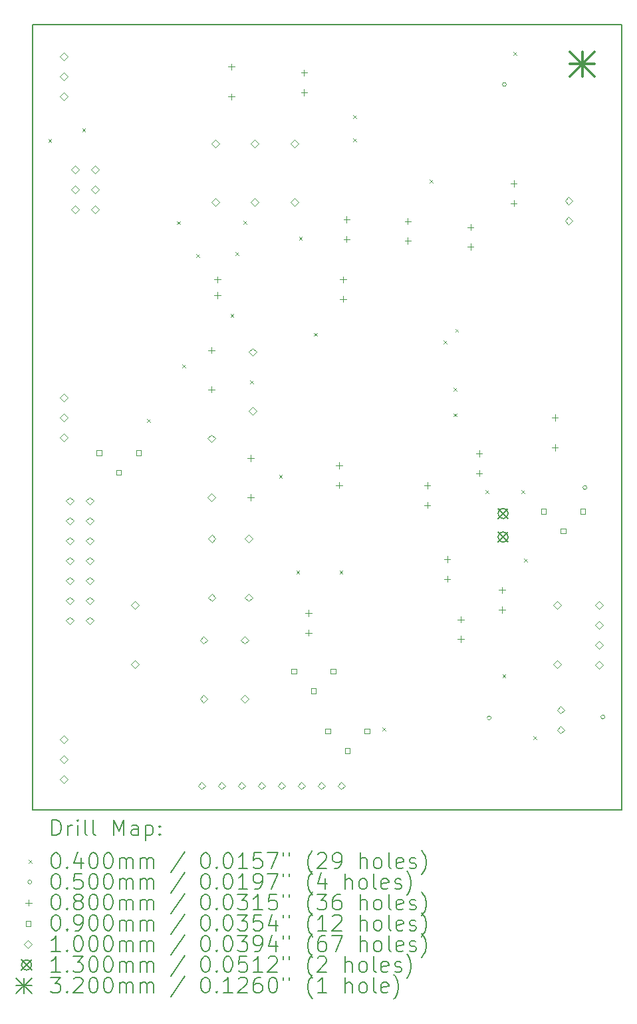
<source format=gbr>
%TF.GenerationSoftware,KiCad,Pcbnew,9.0.3*%
%TF.CreationDate,2025-08-17T13:08:38+02:00*%
%TF.ProjectId,siemens,7369656d-656e-4732-9e6b-696361645f70,rev?*%
%TF.SameCoordinates,Original*%
%TF.FileFunction,Drillmap*%
%TF.FilePolarity,Positive*%
%FSLAX45Y45*%
G04 Gerber Fmt 4.5, Leading zero omitted, Abs format (unit mm)*
G04 Created by KiCad (PCBNEW 9.0.3) date 2025-08-17 13:08:38*
%MOMM*%
%LPD*%
G01*
G04 APERTURE LIST*
%ADD10C,0.200000*%
%ADD11C,0.100000*%
%ADD12C,0.130000*%
%ADD13C,0.320000*%
G04 APERTURE END LIST*
D10*
X3000000Y-3000000D02*
X10500000Y-3000000D01*
X10500000Y-13000000D01*
X3000000Y-13000000D01*
X3000000Y-3000000D01*
D11*
X3202225Y-4451600D02*
X3242225Y-4491600D01*
X3242225Y-4451600D02*
X3202225Y-4491600D01*
X3634125Y-4321600D02*
X3674125Y-4361600D01*
X3674125Y-4321600D02*
X3634125Y-4361600D01*
X4459125Y-8021600D02*
X4499125Y-8061600D01*
X4499125Y-8021600D02*
X4459125Y-8061600D01*
X4837912Y-5500388D02*
X4877912Y-5540388D01*
X4877912Y-5500388D02*
X4837912Y-5540388D01*
X4909125Y-7321600D02*
X4949125Y-7361600D01*
X4949125Y-7321600D02*
X4909125Y-7361600D01*
X5084125Y-5921600D02*
X5124125Y-5961600D01*
X5124125Y-5921600D02*
X5084125Y-5961600D01*
X5521625Y-6684100D02*
X5561625Y-6724100D01*
X5561625Y-6684100D02*
X5521625Y-6724100D01*
X5584125Y-5896600D02*
X5624125Y-5936600D01*
X5624125Y-5896600D02*
X5584125Y-5936600D01*
X5684125Y-5493000D02*
X5724125Y-5533000D01*
X5724125Y-5493000D02*
X5684125Y-5533000D01*
X5772400Y-7525000D02*
X5812400Y-7565000D01*
X5812400Y-7525000D02*
X5772400Y-7565000D01*
X6140700Y-8731500D02*
X6180700Y-8771500D01*
X6180700Y-8731500D02*
X6140700Y-8771500D01*
X6359125Y-9946600D02*
X6399125Y-9986600D01*
X6399125Y-9946600D02*
X6359125Y-9986600D01*
X6394700Y-5696200D02*
X6434700Y-5736200D01*
X6434700Y-5696200D02*
X6394700Y-5736200D01*
X6584125Y-6921600D02*
X6624125Y-6961600D01*
X6624125Y-6921600D02*
X6584125Y-6961600D01*
X6909125Y-9946600D02*
X6949125Y-9986600D01*
X6949125Y-9946600D02*
X6909125Y-9986600D01*
X7084125Y-4146600D02*
X7124125Y-4186600D01*
X7124125Y-4146600D02*
X7084125Y-4186600D01*
X7084125Y-4446600D02*
X7124125Y-4486600D01*
X7124125Y-4446600D02*
X7084125Y-4486600D01*
X7459125Y-11946600D02*
X7499125Y-11986600D01*
X7499125Y-11946600D02*
X7459125Y-11986600D01*
X8059125Y-4971600D02*
X8099125Y-5011600D01*
X8099125Y-4971600D02*
X8059125Y-5011600D01*
X8236200Y-7021600D02*
X8276200Y-7061600D01*
X8276200Y-7021600D02*
X8236200Y-7061600D01*
X8359125Y-7621600D02*
X8399125Y-7661600D01*
X8399125Y-7621600D02*
X8359125Y-7661600D01*
X8359125Y-7946600D02*
X8399125Y-7986600D01*
X8399125Y-7946600D02*
X8359125Y-7986600D01*
X8384125Y-6871600D02*
X8424125Y-6911600D01*
X8424125Y-6871600D02*
X8384125Y-6911600D01*
X8769600Y-8922000D02*
X8809600Y-8962000D01*
X8809600Y-8922000D02*
X8769600Y-8962000D01*
X8985500Y-11271500D02*
X9025500Y-11311500D01*
X9025500Y-11271500D02*
X8985500Y-11311500D01*
X9124000Y-3345500D02*
X9164000Y-3385500D01*
X9164000Y-3345500D02*
X9124000Y-3385500D01*
X9226800Y-8922000D02*
X9266800Y-8962000D01*
X9266800Y-8922000D02*
X9226800Y-8962000D01*
X9259125Y-9796600D02*
X9299125Y-9836600D01*
X9299125Y-9796600D02*
X9259125Y-9836600D01*
X9379200Y-12058900D02*
X9419200Y-12098900D01*
X9419200Y-12058900D02*
X9379200Y-12098900D01*
X8840000Y-11824900D02*
G75*
G02*
X8790000Y-11824900I-25000J0D01*
G01*
X8790000Y-11824900D02*
G75*
G02*
X8840000Y-11824900I25000J0D01*
G01*
X9034200Y-3759200D02*
G75*
G02*
X8984200Y-3759200I-25000J0D01*
G01*
X8984200Y-3759200D02*
G75*
G02*
X9034200Y-3759200I25000J0D01*
G01*
X10059200Y-8891200D02*
G75*
G02*
X10009200Y-8891200I-25000J0D01*
G01*
X10009200Y-8891200D02*
G75*
G02*
X10059200Y-8891200I25000J0D01*
G01*
X10287800Y-11812200D02*
G75*
G02*
X10237800Y-11812200I-25000J0D01*
G01*
X10237800Y-11812200D02*
G75*
G02*
X10287800Y-11812200I25000J0D01*
G01*
X5279125Y-7101600D02*
X5279125Y-7181600D01*
X5239125Y-7141600D02*
X5319125Y-7141600D01*
X5279125Y-7601600D02*
X5279125Y-7681600D01*
X5239125Y-7641600D02*
X5319125Y-7641600D01*
X5354125Y-6201600D02*
X5354125Y-6281600D01*
X5314125Y-6241600D02*
X5394125Y-6241600D01*
X5354125Y-6401600D02*
X5354125Y-6481600D01*
X5314125Y-6441600D02*
X5394125Y-6441600D01*
X5534200Y-3494200D02*
X5534200Y-3574200D01*
X5494200Y-3534200D02*
X5574200Y-3534200D01*
X5534200Y-3874200D02*
X5534200Y-3954200D01*
X5494200Y-3914200D02*
X5574200Y-3914200D01*
X5779125Y-8476600D02*
X5779125Y-8556600D01*
X5739125Y-8516600D02*
X5819125Y-8516600D01*
X5779125Y-8976600D02*
X5779125Y-9056600D01*
X5739125Y-9016600D02*
X5819125Y-9016600D01*
X6459200Y-3569200D02*
X6459200Y-3649200D01*
X6419200Y-3609200D02*
X6499200Y-3609200D01*
X6459200Y-3819200D02*
X6459200Y-3899200D01*
X6419200Y-3859200D02*
X6499200Y-3859200D01*
X6515100Y-10450200D02*
X6515100Y-10530200D01*
X6475100Y-10490200D02*
X6555100Y-10490200D01*
X6515100Y-10700200D02*
X6515100Y-10780200D01*
X6475100Y-10740200D02*
X6555100Y-10740200D01*
X6904125Y-8571800D02*
X6904125Y-8651800D01*
X6864125Y-8611800D02*
X6944125Y-8611800D01*
X6904125Y-8821800D02*
X6904125Y-8901800D01*
X6864125Y-8861800D02*
X6944125Y-8861800D01*
X6954125Y-6201600D02*
X6954125Y-6281600D01*
X6914125Y-6241600D02*
X6994125Y-6241600D01*
X6954125Y-6451600D02*
X6954125Y-6531600D01*
X6914125Y-6491600D02*
X6994125Y-6491600D01*
X7000200Y-5439189D02*
X7000200Y-5519189D01*
X6960200Y-5479189D02*
X7040200Y-5479189D01*
X7000200Y-5689189D02*
X7000200Y-5769189D01*
X6960200Y-5729189D02*
X7040200Y-5729189D01*
X7779125Y-5459700D02*
X7779125Y-5539700D01*
X7739125Y-5499700D02*
X7819125Y-5499700D01*
X7779125Y-5709700D02*
X7779125Y-5789700D01*
X7739125Y-5749700D02*
X7819125Y-5749700D01*
X8027600Y-8825800D02*
X8027600Y-8905800D01*
X7987600Y-8865800D02*
X8067600Y-8865800D01*
X8027600Y-9075800D02*
X8027600Y-9155800D01*
X7987600Y-9115800D02*
X8067600Y-9115800D01*
X8281600Y-9765600D02*
X8281600Y-9845600D01*
X8241600Y-9805600D02*
X8321600Y-9805600D01*
X8281600Y-10015600D02*
X8281600Y-10095600D01*
X8241600Y-10055600D02*
X8321600Y-10055600D01*
X8454125Y-10531089D02*
X8454125Y-10611089D01*
X8414125Y-10571089D02*
X8494125Y-10571089D01*
X8454125Y-10781089D02*
X8454125Y-10861089D01*
X8414125Y-10821089D02*
X8494125Y-10821089D01*
X8579125Y-5535461D02*
X8579125Y-5615461D01*
X8539125Y-5575461D02*
X8619125Y-5575461D01*
X8579125Y-5785461D02*
X8579125Y-5865461D01*
X8539125Y-5825461D02*
X8619125Y-5825461D01*
X8688000Y-8419400D02*
X8688000Y-8499400D01*
X8648000Y-8459400D02*
X8728000Y-8459400D01*
X8688000Y-8669400D02*
X8688000Y-8749400D01*
X8648000Y-8709400D02*
X8728000Y-8709400D01*
X8979125Y-10156089D02*
X8979125Y-10236089D01*
X8939125Y-10196089D02*
X9019125Y-10196089D01*
X8979125Y-10406089D02*
X8979125Y-10486089D01*
X8939125Y-10446089D02*
X9019125Y-10446089D01*
X9129125Y-4981089D02*
X9129125Y-5061089D01*
X9089125Y-5021089D02*
X9169125Y-5021089D01*
X9129125Y-5231089D02*
X9129125Y-5311089D01*
X9089125Y-5271089D02*
X9169125Y-5271089D01*
X9653200Y-7962200D02*
X9653200Y-8042200D01*
X9613200Y-8002200D02*
X9693200Y-8002200D01*
X9653200Y-8342200D02*
X9653200Y-8422200D01*
X9613200Y-8382200D02*
X9693200Y-8382200D01*
X3881820Y-8481820D02*
X3881820Y-8418180D01*
X3818180Y-8418180D01*
X3818180Y-8481820D01*
X3881820Y-8481820D01*
X4131820Y-8731820D02*
X4131820Y-8668180D01*
X4068180Y-8668180D01*
X4068180Y-8731820D01*
X4131820Y-8731820D01*
X4381820Y-8481820D02*
X4381820Y-8418180D01*
X4318180Y-8418180D01*
X4318180Y-8481820D01*
X4381820Y-8481820D01*
X6360420Y-11263320D02*
X6360420Y-11199680D01*
X6296780Y-11199680D01*
X6296780Y-11263320D01*
X6360420Y-11263320D01*
X6610420Y-11513320D02*
X6610420Y-11449680D01*
X6546780Y-11449680D01*
X6546780Y-11513320D01*
X6610420Y-11513320D01*
X6792220Y-12025320D02*
X6792220Y-11961680D01*
X6728580Y-11961680D01*
X6728580Y-12025320D01*
X6792220Y-12025320D01*
X6860420Y-11263320D02*
X6860420Y-11199680D01*
X6796780Y-11199680D01*
X6796780Y-11263320D01*
X6860420Y-11263320D01*
X7042220Y-12275320D02*
X7042220Y-12211680D01*
X6978580Y-12211680D01*
X6978580Y-12275320D01*
X7042220Y-12275320D01*
X7292220Y-12025320D02*
X7292220Y-11961680D01*
X7228580Y-11961680D01*
X7228580Y-12025320D01*
X7292220Y-12025320D01*
X9540620Y-9227820D02*
X9540620Y-9164180D01*
X9476980Y-9164180D01*
X9476980Y-9227820D01*
X9540620Y-9227820D01*
X9790620Y-9477820D02*
X9790620Y-9414180D01*
X9726980Y-9414180D01*
X9726980Y-9477820D01*
X9790620Y-9477820D01*
X10040620Y-9227820D02*
X10040620Y-9164180D01*
X9976980Y-9164180D01*
X9976980Y-9227820D01*
X10040620Y-9227820D01*
X3400000Y-3450000D02*
X3450000Y-3400000D01*
X3400000Y-3350000D01*
X3350000Y-3400000D01*
X3400000Y-3450000D01*
X3400000Y-3704000D02*
X3450000Y-3654000D01*
X3400000Y-3604000D01*
X3350000Y-3654000D01*
X3400000Y-3704000D01*
X3400000Y-3958000D02*
X3450000Y-3908000D01*
X3400000Y-3858000D01*
X3350000Y-3908000D01*
X3400000Y-3958000D01*
X3400000Y-7796000D02*
X3450000Y-7746000D01*
X3400000Y-7696000D01*
X3350000Y-7746000D01*
X3400000Y-7796000D01*
X3400000Y-8050000D02*
X3450000Y-8000000D01*
X3400000Y-7950000D01*
X3350000Y-8000000D01*
X3400000Y-8050000D01*
X3400000Y-8304000D02*
X3450000Y-8254000D01*
X3400000Y-8204000D01*
X3350000Y-8254000D01*
X3400000Y-8304000D01*
X3400000Y-12150000D02*
X3450000Y-12100000D01*
X3400000Y-12050000D01*
X3350000Y-12100000D01*
X3400000Y-12150000D01*
X3400000Y-12404000D02*
X3450000Y-12354000D01*
X3400000Y-12304000D01*
X3350000Y-12354000D01*
X3400000Y-12404000D01*
X3400000Y-12658000D02*
X3450000Y-12608000D01*
X3400000Y-12558000D01*
X3350000Y-12608000D01*
X3400000Y-12658000D01*
X3475125Y-9112600D02*
X3525125Y-9062600D01*
X3475125Y-9012600D01*
X3425125Y-9062600D01*
X3475125Y-9112600D01*
X3475125Y-9366600D02*
X3525125Y-9316600D01*
X3475125Y-9266600D01*
X3425125Y-9316600D01*
X3475125Y-9366600D01*
X3475125Y-9620600D02*
X3525125Y-9570600D01*
X3475125Y-9520600D01*
X3425125Y-9570600D01*
X3475125Y-9620600D01*
X3475125Y-9874600D02*
X3525125Y-9824600D01*
X3475125Y-9774600D01*
X3425125Y-9824600D01*
X3475125Y-9874600D01*
X3475125Y-10128600D02*
X3525125Y-10078600D01*
X3475125Y-10028600D01*
X3425125Y-10078600D01*
X3475125Y-10128600D01*
X3475125Y-10382600D02*
X3525125Y-10332600D01*
X3475125Y-10282600D01*
X3425125Y-10332600D01*
X3475125Y-10382600D01*
X3475125Y-10636600D02*
X3525125Y-10586600D01*
X3475125Y-10536600D01*
X3425125Y-10586600D01*
X3475125Y-10636600D01*
X3545200Y-4895200D02*
X3595200Y-4845200D01*
X3545200Y-4795200D01*
X3495200Y-4845200D01*
X3545200Y-4895200D01*
X3545200Y-5149200D02*
X3595200Y-5099200D01*
X3545200Y-5049200D01*
X3495200Y-5099200D01*
X3545200Y-5149200D01*
X3545200Y-5403200D02*
X3595200Y-5353200D01*
X3545200Y-5303200D01*
X3495200Y-5353200D01*
X3545200Y-5403200D01*
X3729125Y-9112600D02*
X3779125Y-9062600D01*
X3729125Y-9012600D01*
X3679125Y-9062600D01*
X3729125Y-9112600D01*
X3729125Y-9366600D02*
X3779125Y-9316600D01*
X3729125Y-9266600D01*
X3679125Y-9316600D01*
X3729125Y-9366600D01*
X3729125Y-9620600D02*
X3779125Y-9570600D01*
X3729125Y-9520600D01*
X3679125Y-9570600D01*
X3729125Y-9620600D01*
X3729125Y-9874600D02*
X3779125Y-9824600D01*
X3729125Y-9774600D01*
X3679125Y-9824600D01*
X3729125Y-9874600D01*
X3729125Y-10128600D02*
X3779125Y-10078600D01*
X3729125Y-10028600D01*
X3679125Y-10078600D01*
X3729125Y-10128600D01*
X3729125Y-10382600D02*
X3779125Y-10332600D01*
X3729125Y-10282600D01*
X3679125Y-10332600D01*
X3729125Y-10382600D01*
X3729125Y-10636600D02*
X3779125Y-10586600D01*
X3729125Y-10536600D01*
X3679125Y-10586600D01*
X3729125Y-10636600D01*
X3799200Y-4895200D02*
X3849200Y-4845200D01*
X3799200Y-4795200D01*
X3749200Y-4845200D01*
X3799200Y-4895200D01*
X3799200Y-5149200D02*
X3849200Y-5099200D01*
X3799200Y-5049200D01*
X3749200Y-5099200D01*
X3799200Y-5149200D01*
X3799200Y-5403200D02*
X3849200Y-5353200D01*
X3799200Y-5303200D01*
X3749200Y-5353200D01*
X3799200Y-5403200D01*
X4304125Y-10441600D02*
X4354125Y-10391600D01*
X4304125Y-10341600D01*
X4254125Y-10391600D01*
X4304125Y-10441600D01*
X4304125Y-11191600D02*
X4354125Y-11141600D01*
X4304125Y-11091600D01*
X4254125Y-11141600D01*
X4304125Y-11191600D01*
X5156200Y-12737300D02*
X5206200Y-12687300D01*
X5156200Y-12637300D01*
X5106200Y-12687300D01*
X5156200Y-12737300D01*
X5181600Y-10883100D02*
X5231600Y-10833100D01*
X5181600Y-10783100D01*
X5131600Y-10833100D01*
X5181600Y-10883100D01*
X5181600Y-11633100D02*
X5231600Y-11583100D01*
X5181600Y-11533100D01*
X5131600Y-11583100D01*
X5181600Y-11633100D01*
X5279125Y-8316600D02*
X5329125Y-8266600D01*
X5279125Y-8216600D01*
X5229125Y-8266600D01*
X5279125Y-8316600D01*
X5279125Y-9066600D02*
X5329125Y-9016600D01*
X5279125Y-8966600D01*
X5229125Y-9016600D01*
X5279125Y-9066600D01*
X5284050Y-9591600D02*
X5334050Y-9541600D01*
X5284050Y-9491600D01*
X5234050Y-9541600D01*
X5284050Y-9591600D01*
X5284050Y-10341600D02*
X5334050Y-10291600D01*
X5284050Y-10241600D01*
X5234050Y-10291600D01*
X5284050Y-10341600D01*
X5329125Y-4559200D02*
X5379125Y-4509200D01*
X5329125Y-4459200D01*
X5279125Y-4509200D01*
X5329125Y-4559200D01*
X5329125Y-5309200D02*
X5379125Y-5259200D01*
X5329125Y-5209200D01*
X5279125Y-5259200D01*
X5329125Y-5309200D01*
X5410200Y-12737300D02*
X5460200Y-12687300D01*
X5410200Y-12637300D01*
X5360200Y-12687300D01*
X5410200Y-12737300D01*
X5664200Y-12737300D02*
X5714200Y-12687300D01*
X5664200Y-12637300D01*
X5614200Y-12687300D01*
X5664200Y-12737300D01*
X5702300Y-10883100D02*
X5752300Y-10833100D01*
X5702300Y-10783100D01*
X5652300Y-10833100D01*
X5702300Y-10883100D01*
X5702300Y-11633100D02*
X5752300Y-11583100D01*
X5702300Y-11533100D01*
X5652300Y-11583100D01*
X5702300Y-11633100D01*
X5754125Y-9591600D02*
X5804125Y-9541600D01*
X5754125Y-9491600D01*
X5704125Y-9541600D01*
X5754125Y-9591600D01*
X5754125Y-10341600D02*
X5804125Y-10291600D01*
X5754125Y-10241600D01*
X5704125Y-10291600D01*
X5754125Y-10341600D01*
X5804125Y-7216600D02*
X5854125Y-7166600D01*
X5804125Y-7116600D01*
X5754125Y-7166600D01*
X5804125Y-7216600D01*
X5804125Y-7966600D02*
X5854125Y-7916600D01*
X5804125Y-7866600D01*
X5754125Y-7916600D01*
X5804125Y-7966600D01*
X5829125Y-4559200D02*
X5879125Y-4509200D01*
X5829125Y-4459200D01*
X5779125Y-4509200D01*
X5829125Y-4559200D01*
X5829125Y-5309200D02*
X5879125Y-5259200D01*
X5829125Y-5209200D01*
X5779125Y-5259200D01*
X5829125Y-5309200D01*
X5918200Y-12737300D02*
X5968200Y-12687300D01*
X5918200Y-12637300D01*
X5868200Y-12687300D01*
X5918200Y-12737300D01*
X6172200Y-12737300D02*
X6222200Y-12687300D01*
X6172200Y-12637300D01*
X6122200Y-12687300D01*
X6172200Y-12737300D01*
X6334200Y-4559200D02*
X6384200Y-4509200D01*
X6334200Y-4459200D01*
X6284200Y-4509200D01*
X6334200Y-4559200D01*
X6334200Y-5309200D02*
X6384200Y-5259200D01*
X6334200Y-5209200D01*
X6284200Y-5259200D01*
X6334200Y-5309200D01*
X6426200Y-12737300D02*
X6476200Y-12687300D01*
X6426200Y-12637300D01*
X6376200Y-12687300D01*
X6426200Y-12737300D01*
X6680200Y-12737300D02*
X6730200Y-12687300D01*
X6680200Y-12637300D01*
X6630200Y-12687300D01*
X6680200Y-12737300D01*
X6934200Y-12737300D02*
X6984200Y-12687300D01*
X6934200Y-12637300D01*
X6884200Y-12687300D01*
X6934200Y-12737300D01*
X9679125Y-10441600D02*
X9729125Y-10391600D01*
X9679125Y-10341600D01*
X9629125Y-10391600D01*
X9679125Y-10441600D01*
X9679125Y-11191600D02*
X9729125Y-11141600D01*
X9679125Y-11091600D01*
X9629125Y-11141600D01*
X9679125Y-11191600D01*
X9728200Y-11772100D02*
X9778200Y-11722100D01*
X9728200Y-11672100D01*
X9678200Y-11722100D01*
X9728200Y-11772100D01*
X9728200Y-12026100D02*
X9778200Y-11976100D01*
X9728200Y-11926100D01*
X9678200Y-11976100D01*
X9728200Y-12026100D01*
X9829125Y-5287600D02*
X9879125Y-5237600D01*
X9829125Y-5187600D01*
X9779125Y-5237600D01*
X9829125Y-5287600D01*
X9829125Y-5541600D02*
X9879125Y-5491600D01*
X9829125Y-5441600D01*
X9779125Y-5491600D01*
X9829125Y-5541600D01*
X10212000Y-10439800D02*
X10262000Y-10389800D01*
X10212000Y-10339800D01*
X10162000Y-10389800D01*
X10212000Y-10439800D01*
X10212000Y-10693800D02*
X10262000Y-10643800D01*
X10212000Y-10593800D01*
X10162000Y-10643800D01*
X10212000Y-10693800D01*
X10212000Y-10947800D02*
X10262000Y-10897800D01*
X10212000Y-10847800D01*
X10162000Y-10897800D01*
X10212000Y-10947800D01*
X10212000Y-11201800D02*
X10262000Y-11151800D01*
X10212000Y-11101800D01*
X10162000Y-11151800D01*
X10212000Y-11201800D01*
D12*
X8927800Y-9156400D02*
X9057800Y-9286400D01*
X9057800Y-9156400D02*
X8927800Y-9286400D01*
X9057800Y-9221400D02*
G75*
G02*
X8927800Y-9221400I-65000J0D01*
G01*
X8927800Y-9221400D02*
G75*
G02*
X9057800Y-9221400I65000J0D01*
G01*
X8927800Y-9456400D02*
X9057800Y-9586400D01*
X9057800Y-9456400D02*
X8927800Y-9586400D01*
X9057800Y-9521400D02*
G75*
G02*
X8927800Y-9521400I-65000J0D01*
G01*
X8927800Y-9521400D02*
G75*
G02*
X9057800Y-9521400I65000J0D01*
G01*
D13*
X9840000Y-3340000D02*
X10160000Y-3660000D01*
X10160000Y-3340000D02*
X9840000Y-3660000D01*
X10000000Y-3340000D02*
X10000000Y-3660000D01*
X9840000Y-3500000D02*
X10160000Y-3500000D01*
D10*
X3250777Y-13321484D02*
X3250777Y-13121484D01*
X3250777Y-13121484D02*
X3298396Y-13121484D01*
X3298396Y-13121484D02*
X3326967Y-13131008D01*
X3326967Y-13131008D02*
X3346015Y-13150055D01*
X3346015Y-13150055D02*
X3355539Y-13169103D01*
X3355539Y-13169103D02*
X3365062Y-13207198D01*
X3365062Y-13207198D02*
X3365062Y-13235769D01*
X3365062Y-13235769D02*
X3355539Y-13273865D01*
X3355539Y-13273865D02*
X3346015Y-13292912D01*
X3346015Y-13292912D02*
X3326967Y-13311960D01*
X3326967Y-13311960D02*
X3298396Y-13321484D01*
X3298396Y-13321484D02*
X3250777Y-13321484D01*
X3450777Y-13321484D02*
X3450777Y-13188150D01*
X3450777Y-13226246D02*
X3460301Y-13207198D01*
X3460301Y-13207198D02*
X3469824Y-13197674D01*
X3469824Y-13197674D02*
X3488872Y-13188150D01*
X3488872Y-13188150D02*
X3507920Y-13188150D01*
X3574586Y-13321484D02*
X3574586Y-13188150D01*
X3574586Y-13121484D02*
X3565062Y-13131008D01*
X3565062Y-13131008D02*
X3574586Y-13140531D01*
X3574586Y-13140531D02*
X3584110Y-13131008D01*
X3584110Y-13131008D02*
X3574586Y-13121484D01*
X3574586Y-13121484D02*
X3574586Y-13140531D01*
X3698396Y-13321484D02*
X3679348Y-13311960D01*
X3679348Y-13311960D02*
X3669824Y-13292912D01*
X3669824Y-13292912D02*
X3669824Y-13121484D01*
X3803158Y-13321484D02*
X3784110Y-13311960D01*
X3784110Y-13311960D02*
X3774586Y-13292912D01*
X3774586Y-13292912D02*
X3774586Y-13121484D01*
X4031729Y-13321484D02*
X4031729Y-13121484D01*
X4031729Y-13121484D02*
X4098396Y-13264341D01*
X4098396Y-13264341D02*
X4165062Y-13121484D01*
X4165062Y-13121484D02*
X4165062Y-13321484D01*
X4346015Y-13321484D02*
X4346015Y-13216722D01*
X4346015Y-13216722D02*
X4336491Y-13197674D01*
X4336491Y-13197674D02*
X4317444Y-13188150D01*
X4317444Y-13188150D02*
X4279348Y-13188150D01*
X4279348Y-13188150D02*
X4260301Y-13197674D01*
X4346015Y-13311960D02*
X4326967Y-13321484D01*
X4326967Y-13321484D02*
X4279348Y-13321484D01*
X4279348Y-13321484D02*
X4260301Y-13311960D01*
X4260301Y-13311960D02*
X4250777Y-13292912D01*
X4250777Y-13292912D02*
X4250777Y-13273865D01*
X4250777Y-13273865D02*
X4260301Y-13254817D01*
X4260301Y-13254817D02*
X4279348Y-13245293D01*
X4279348Y-13245293D02*
X4326967Y-13245293D01*
X4326967Y-13245293D02*
X4346015Y-13235769D01*
X4441253Y-13188150D02*
X4441253Y-13388150D01*
X4441253Y-13197674D02*
X4460301Y-13188150D01*
X4460301Y-13188150D02*
X4498396Y-13188150D01*
X4498396Y-13188150D02*
X4517444Y-13197674D01*
X4517444Y-13197674D02*
X4526967Y-13207198D01*
X4526967Y-13207198D02*
X4536491Y-13226246D01*
X4536491Y-13226246D02*
X4536491Y-13283388D01*
X4536491Y-13283388D02*
X4526967Y-13302436D01*
X4526967Y-13302436D02*
X4517444Y-13311960D01*
X4517444Y-13311960D02*
X4498396Y-13321484D01*
X4498396Y-13321484D02*
X4460301Y-13321484D01*
X4460301Y-13321484D02*
X4441253Y-13311960D01*
X4622205Y-13302436D02*
X4631729Y-13311960D01*
X4631729Y-13311960D02*
X4622205Y-13321484D01*
X4622205Y-13321484D02*
X4612682Y-13311960D01*
X4612682Y-13311960D02*
X4622205Y-13302436D01*
X4622205Y-13302436D02*
X4622205Y-13321484D01*
X4622205Y-13197674D02*
X4631729Y-13207198D01*
X4631729Y-13207198D02*
X4622205Y-13216722D01*
X4622205Y-13216722D02*
X4612682Y-13207198D01*
X4612682Y-13207198D02*
X4622205Y-13197674D01*
X4622205Y-13197674D02*
X4622205Y-13216722D01*
D11*
X2950000Y-13630000D02*
X2990000Y-13670000D01*
X2990000Y-13630000D02*
X2950000Y-13670000D01*
D10*
X3288872Y-13541484D02*
X3307920Y-13541484D01*
X3307920Y-13541484D02*
X3326967Y-13551008D01*
X3326967Y-13551008D02*
X3336491Y-13560531D01*
X3336491Y-13560531D02*
X3346015Y-13579579D01*
X3346015Y-13579579D02*
X3355539Y-13617674D01*
X3355539Y-13617674D02*
X3355539Y-13665293D01*
X3355539Y-13665293D02*
X3346015Y-13703388D01*
X3346015Y-13703388D02*
X3336491Y-13722436D01*
X3336491Y-13722436D02*
X3326967Y-13731960D01*
X3326967Y-13731960D02*
X3307920Y-13741484D01*
X3307920Y-13741484D02*
X3288872Y-13741484D01*
X3288872Y-13741484D02*
X3269824Y-13731960D01*
X3269824Y-13731960D02*
X3260301Y-13722436D01*
X3260301Y-13722436D02*
X3250777Y-13703388D01*
X3250777Y-13703388D02*
X3241253Y-13665293D01*
X3241253Y-13665293D02*
X3241253Y-13617674D01*
X3241253Y-13617674D02*
X3250777Y-13579579D01*
X3250777Y-13579579D02*
X3260301Y-13560531D01*
X3260301Y-13560531D02*
X3269824Y-13551008D01*
X3269824Y-13551008D02*
X3288872Y-13541484D01*
X3441253Y-13722436D02*
X3450777Y-13731960D01*
X3450777Y-13731960D02*
X3441253Y-13741484D01*
X3441253Y-13741484D02*
X3431729Y-13731960D01*
X3431729Y-13731960D02*
X3441253Y-13722436D01*
X3441253Y-13722436D02*
X3441253Y-13741484D01*
X3622205Y-13608150D02*
X3622205Y-13741484D01*
X3574586Y-13531960D02*
X3526967Y-13674817D01*
X3526967Y-13674817D02*
X3650777Y-13674817D01*
X3765062Y-13541484D02*
X3784110Y-13541484D01*
X3784110Y-13541484D02*
X3803158Y-13551008D01*
X3803158Y-13551008D02*
X3812682Y-13560531D01*
X3812682Y-13560531D02*
X3822205Y-13579579D01*
X3822205Y-13579579D02*
X3831729Y-13617674D01*
X3831729Y-13617674D02*
X3831729Y-13665293D01*
X3831729Y-13665293D02*
X3822205Y-13703388D01*
X3822205Y-13703388D02*
X3812682Y-13722436D01*
X3812682Y-13722436D02*
X3803158Y-13731960D01*
X3803158Y-13731960D02*
X3784110Y-13741484D01*
X3784110Y-13741484D02*
X3765062Y-13741484D01*
X3765062Y-13741484D02*
X3746015Y-13731960D01*
X3746015Y-13731960D02*
X3736491Y-13722436D01*
X3736491Y-13722436D02*
X3726967Y-13703388D01*
X3726967Y-13703388D02*
X3717443Y-13665293D01*
X3717443Y-13665293D02*
X3717443Y-13617674D01*
X3717443Y-13617674D02*
X3726967Y-13579579D01*
X3726967Y-13579579D02*
X3736491Y-13560531D01*
X3736491Y-13560531D02*
X3746015Y-13551008D01*
X3746015Y-13551008D02*
X3765062Y-13541484D01*
X3955539Y-13541484D02*
X3974586Y-13541484D01*
X3974586Y-13541484D02*
X3993634Y-13551008D01*
X3993634Y-13551008D02*
X4003158Y-13560531D01*
X4003158Y-13560531D02*
X4012682Y-13579579D01*
X4012682Y-13579579D02*
X4022205Y-13617674D01*
X4022205Y-13617674D02*
X4022205Y-13665293D01*
X4022205Y-13665293D02*
X4012682Y-13703388D01*
X4012682Y-13703388D02*
X4003158Y-13722436D01*
X4003158Y-13722436D02*
X3993634Y-13731960D01*
X3993634Y-13731960D02*
X3974586Y-13741484D01*
X3974586Y-13741484D02*
X3955539Y-13741484D01*
X3955539Y-13741484D02*
X3936491Y-13731960D01*
X3936491Y-13731960D02*
X3926967Y-13722436D01*
X3926967Y-13722436D02*
X3917443Y-13703388D01*
X3917443Y-13703388D02*
X3907920Y-13665293D01*
X3907920Y-13665293D02*
X3907920Y-13617674D01*
X3907920Y-13617674D02*
X3917443Y-13579579D01*
X3917443Y-13579579D02*
X3926967Y-13560531D01*
X3926967Y-13560531D02*
X3936491Y-13551008D01*
X3936491Y-13551008D02*
X3955539Y-13541484D01*
X4107920Y-13741484D02*
X4107920Y-13608150D01*
X4107920Y-13627198D02*
X4117443Y-13617674D01*
X4117443Y-13617674D02*
X4136491Y-13608150D01*
X4136491Y-13608150D02*
X4165063Y-13608150D01*
X4165063Y-13608150D02*
X4184110Y-13617674D01*
X4184110Y-13617674D02*
X4193634Y-13636722D01*
X4193634Y-13636722D02*
X4193634Y-13741484D01*
X4193634Y-13636722D02*
X4203158Y-13617674D01*
X4203158Y-13617674D02*
X4222205Y-13608150D01*
X4222205Y-13608150D02*
X4250777Y-13608150D01*
X4250777Y-13608150D02*
X4269825Y-13617674D01*
X4269825Y-13617674D02*
X4279348Y-13636722D01*
X4279348Y-13636722D02*
X4279348Y-13741484D01*
X4374586Y-13741484D02*
X4374586Y-13608150D01*
X4374586Y-13627198D02*
X4384110Y-13617674D01*
X4384110Y-13617674D02*
X4403158Y-13608150D01*
X4403158Y-13608150D02*
X4431729Y-13608150D01*
X4431729Y-13608150D02*
X4450777Y-13617674D01*
X4450777Y-13617674D02*
X4460301Y-13636722D01*
X4460301Y-13636722D02*
X4460301Y-13741484D01*
X4460301Y-13636722D02*
X4469825Y-13617674D01*
X4469825Y-13617674D02*
X4488872Y-13608150D01*
X4488872Y-13608150D02*
X4517444Y-13608150D01*
X4517444Y-13608150D02*
X4536491Y-13617674D01*
X4536491Y-13617674D02*
X4546015Y-13636722D01*
X4546015Y-13636722D02*
X4546015Y-13741484D01*
X4936491Y-13531960D02*
X4765063Y-13789103D01*
X5193634Y-13541484D02*
X5212682Y-13541484D01*
X5212682Y-13541484D02*
X5231729Y-13551008D01*
X5231729Y-13551008D02*
X5241253Y-13560531D01*
X5241253Y-13560531D02*
X5250777Y-13579579D01*
X5250777Y-13579579D02*
X5260301Y-13617674D01*
X5260301Y-13617674D02*
X5260301Y-13665293D01*
X5260301Y-13665293D02*
X5250777Y-13703388D01*
X5250777Y-13703388D02*
X5241253Y-13722436D01*
X5241253Y-13722436D02*
X5231729Y-13731960D01*
X5231729Y-13731960D02*
X5212682Y-13741484D01*
X5212682Y-13741484D02*
X5193634Y-13741484D01*
X5193634Y-13741484D02*
X5174587Y-13731960D01*
X5174587Y-13731960D02*
X5165063Y-13722436D01*
X5165063Y-13722436D02*
X5155539Y-13703388D01*
X5155539Y-13703388D02*
X5146015Y-13665293D01*
X5146015Y-13665293D02*
X5146015Y-13617674D01*
X5146015Y-13617674D02*
X5155539Y-13579579D01*
X5155539Y-13579579D02*
X5165063Y-13560531D01*
X5165063Y-13560531D02*
X5174587Y-13551008D01*
X5174587Y-13551008D02*
X5193634Y-13541484D01*
X5346015Y-13722436D02*
X5355539Y-13731960D01*
X5355539Y-13731960D02*
X5346015Y-13741484D01*
X5346015Y-13741484D02*
X5336491Y-13731960D01*
X5336491Y-13731960D02*
X5346015Y-13722436D01*
X5346015Y-13722436D02*
X5346015Y-13741484D01*
X5479348Y-13541484D02*
X5498396Y-13541484D01*
X5498396Y-13541484D02*
X5517444Y-13551008D01*
X5517444Y-13551008D02*
X5526968Y-13560531D01*
X5526968Y-13560531D02*
X5536491Y-13579579D01*
X5536491Y-13579579D02*
X5546015Y-13617674D01*
X5546015Y-13617674D02*
X5546015Y-13665293D01*
X5546015Y-13665293D02*
X5536491Y-13703388D01*
X5536491Y-13703388D02*
X5526968Y-13722436D01*
X5526968Y-13722436D02*
X5517444Y-13731960D01*
X5517444Y-13731960D02*
X5498396Y-13741484D01*
X5498396Y-13741484D02*
X5479348Y-13741484D01*
X5479348Y-13741484D02*
X5460301Y-13731960D01*
X5460301Y-13731960D02*
X5450777Y-13722436D01*
X5450777Y-13722436D02*
X5441253Y-13703388D01*
X5441253Y-13703388D02*
X5431729Y-13665293D01*
X5431729Y-13665293D02*
X5431729Y-13617674D01*
X5431729Y-13617674D02*
X5441253Y-13579579D01*
X5441253Y-13579579D02*
X5450777Y-13560531D01*
X5450777Y-13560531D02*
X5460301Y-13551008D01*
X5460301Y-13551008D02*
X5479348Y-13541484D01*
X5736491Y-13741484D02*
X5622206Y-13741484D01*
X5679348Y-13741484D02*
X5679348Y-13541484D01*
X5679348Y-13541484D02*
X5660301Y-13570055D01*
X5660301Y-13570055D02*
X5641253Y-13589103D01*
X5641253Y-13589103D02*
X5622206Y-13598627D01*
X5917444Y-13541484D02*
X5822206Y-13541484D01*
X5822206Y-13541484D02*
X5812682Y-13636722D01*
X5812682Y-13636722D02*
X5822206Y-13627198D01*
X5822206Y-13627198D02*
X5841253Y-13617674D01*
X5841253Y-13617674D02*
X5888872Y-13617674D01*
X5888872Y-13617674D02*
X5907920Y-13627198D01*
X5907920Y-13627198D02*
X5917444Y-13636722D01*
X5917444Y-13636722D02*
X5926967Y-13655769D01*
X5926967Y-13655769D02*
X5926967Y-13703388D01*
X5926967Y-13703388D02*
X5917444Y-13722436D01*
X5917444Y-13722436D02*
X5907920Y-13731960D01*
X5907920Y-13731960D02*
X5888872Y-13741484D01*
X5888872Y-13741484D02*
X5841253Y-13741484D01*
X5841253Y-13741484D02*
X5822206Y-13731960D01*
X5822206Y-13731960D02*
X5812682Y-13722436D01*
X5993634Y-13541484D02*
X6126967Y-13541484D01*
X6126967Y-13541484D02*
X6041253Y-13741484D01*
X6193634Y-13541484D02*
X6193634Y-13579579D01*
X6269825Y-13541484D02*
X6269825Y-13579579D01*
X6565063Y-13817674D02*
X6555539Y-13808150D01*
X6555539Y-13808150D02*
X6536491Y-13779579D01*
X6536491Y-13779579D02*
X6526968Y-13760531D01*
X6526968Y-13760531D02*
X6517444Y-13731960D01*
X6517444Y-13731960D02*
X6507920Y-13684341D01*
X6507920Y-13684341D02*
X6507920Y-13646246D01*
X6507920Y-13646246D02*
X6517444Y-13598627D01*
X6517444Y-13598627D02*
X6526968Y-13570055D01*
X6526968Y-13570055D02*
X6536491Y-13551008D01*
X6536491Y-13551008D02*
X6555539Y-13522436D01*
X6555539Y-13522436D02*
X6565063Y-13512912D01*
X6631729Y-13560531D02*
X6641253Y-13551008D01*
X6641253Y-13551008D02*
X6660301Y-13541484D01*
X6660301Y-13541484D02*
X6707920Y-13541484D01*
X6707920Y-13541484D02*
X6726968Y-13551008D01*
X6726968Y-13551008D02*
X6736491Y-13560531D01*
X6736491Y-13560531D02*
X6746015Y-13579579D01*
X6746015Y-13579579D02*
X6746015Y-13598627D01*
X6746015Y-13598627D02*
X6736491Y-13627198D01*
X6736491Y-13627198D02*
X6622206Y-13741484D01*
X6622206Y-13741484D02*
X6746015Y-13741484D01*
X6841253Y-13741484D02*
X6879348Y-13741484D01*
X6879348Y-13741484D02*
X6898396Y-13731960D01*
X6898396Y-13731960D02*
X6907920Y-13722436D01*
X6907920Y-13722436D02*
X6926968Y-13693865D01*
X6926968Y-13693865D02*
X6936491Y-13655769D01*
X6936491Y-13655769D02*
X6936491Y-13579579D01*
X6936491Y-13579579D02*
X6926968Y-13560531D01*
X6926968Y-13560531D02*
X6917444Y-13551008D01*
X6917444Y-13551008D02*
X6898396Y-13541484D01*
X6898396Y-13541484D02*
X6860301Y-13541484D01*
X6860301Y-13541484D02*
X6841253Y-13551008D01*
X6841253Y-13551008D02*
X6831729Y-13560531D01*
X6831729Y-13560531D02*
X6822206Y-13579579D01*
X6822206Y-13579579D02*
X6822206Y-13627198D01*
X6822206Y-13627198D02*
X6831729Y-13646246D01*
X6831729Y-13646246D02*
X6841253Y-13655769D01*
X6841253Y-13655769D02*
X6860301Y-13665293D01*
X6860301Y-13665293D02*
X6898396Y-13665293D01*
X6898396Y-13665293D02*
X6917444Y-13655769D01*
X6917444Y-13655769D02*
X6926968Y-13646246D01*
X6926968Y-13646246D02*
X6936491Y-13627198D01*
X7174587Y-13741484D02*
X7174587Y-13541484D01*
X7260301Y-13741484D02*
X7260301Y-13636722D01*
X7260301Y-13636722D02*
X7250777Y-13617674D01*
X7250777Y-13617674D02*
X7231730Y-13608150D01*
X7231730Y-13608150D02*
X7203158Y-13608150D01*
X7203158Y-13608150D02*
X7184110Y-13617674D01*
X7184110Y-13617674D02*
X7174587Y-13627198D01*
X7384110Y-13741484D02*
X7365063Y-13731960D01*
X7365063Y-13731960D02*
X7355539Y-13722436D01*
X7355539Y-13722436D02*
X7346015Y-13703388D01*
X7346015Y-13703388D02*
X7346015Y-13646246D01*
X7346015Y-13646246D02*
X7355539Y-13627198D01*
X7355539Y-13627198D02*
X7365063Y-13617674D01*
X7365063Y-13617674D02*
X7384110Y-13608150D01*
X7384110Y-13608150D02*
X7412682Y-13608150D01*
X7412682Y-13608150D02*
X7431730Y-13617674D01*
X7431730Y-13617674D02*
X7441253Y-13627198D01*
X7441253Y-13627198D02*
X7450777Y-13646246D01*
X7450777Y-13646246D02*
X7450777Y-13703388D01*
X7450777Y-13703388D02*
X7441253Y-13722436D01*
X7441253Y-13722436D02*
X7431730Y-13731960D01*
X7431730Y-13731960D02*
X7412682Y-13741484D01*
X7412682Y-13741484D02*
X7384110Y-13741484D01*
X7565063Y-13741484D02*
X7546015Y-13731960D01*
X7546015Y-13731960D02*
X7536491Y-13712912D01*
X7536491Y-13712912D02*
X7536491Y-13541484D01*
X7717444Y-13731960D02*
X7698396Y-13741484D01*
X7698396Y-13741484D02*
X7660301Y-13741484D01*
X7660301Y-13741484D02*
X7641253Y-13731960D01*
X7641253Y-13731960D02*
X7631730Y-13712912D01*
X7631730Y-13712912D02*
X7631730Y-13636722D01*
X7631730Y-13636722D02*
X7641253Y-13617674D01*
X7641253Y-13617674D02*
X7660301Y-13608150D01*
X7660301Y-13608150D02*
X7698396Y-13608150D01*
X7698396Y-13608150D02*
X7717444Y-13617674D01*
X7717444Y-13617674D02*
X7726968Y-13636722D01*
X7726968Y-13636722D02*
X7726968Y-13655769D01*
X7726968Y-13655769D02*
X7631730Y-13674817D01*
X7803158Y-13731960D02*
X7822206Y-13741484D01*
X7822206Y-13741484D02*
X7860301Y-13741484D01*
X7860301Y-13741484D02*
X7879349Y-13731960D01*
X7879349Y-13731960D02*
X7888872Y-13712912D01*
X7888872Y-13712912D02*
X7888872Y-13703388D01*
X7888872Y-13703388D02*
X7879349Y-13684341D01*
X7879349Y-13684341D02*
X7860301Y-13674817D01*
X7860301Y-13674817D02*
X7831730Y-13674817D01*
X7831730Y-13674817D02*
X7812682Y-13665293D01*
X7812682Y-13665293D02*
X7803158Y-13646246D01*
X7803158Y-13646246D02*
X7803158Y-13636722D01*
X7803158Y-13636722D02*
X7812682Y-13617674D01*
X7812682Y-13617674D02*
X7831730Y-13608150D01*
X7831730Y-13608150D02*
X7860301Y-13608150D01*
X7860301Y-13608150D02*
X7879349Y-13617674D01*
X7955539Y-13817674D02*
X7965063Y-13808150D01*
X7965063Y-13808150D02*
X7984111Y-13779579D01*
X7984111Y-13779579D02*
X7993634Y-13760531D01*
X7993634Y-13760531D02*
X8003158Y-13731960D01*
X8003158Y-13731960D02*
X8012682Y-13684341D01*
X8012682Y-13684341D02*
X8012682Y-13646246D01*
X8012682Y-13646246D02*
X8003158Y-13598627D01*
X8003158Y-13598627D02*
X7993634Y-13570055D01*
X7993634Y-13570055D02*
X7984111Y-13551008D01*
X7984111Y-13551008D02*
X7965063Y-13522436D01*
X7965063Y-13522436D02*
X7955539Y-13512912D01*
D11*
X2990000Y-13914000D02*
G75*
G02*
X2940000Y-13914000I-25000J0D01*
G01*
X2940000Y-13914000D02*
G75*
G02*
X2990000Y-13914000I25000J0D01*
G01*
D10*
X3288872Y-13805484D02*
X3307920Y-13805484D01*
X3307920Y-13805484D02*
X3326967Y-13815008D01*
X3326967Y-13815008D02*
X3336491Y-13824531D01*
X3336491Y-13824531D02*
X3346015Y-13843579D01*
X3346015Y-13843579D02*
X3355539Y-13881674D01*
X3355539Y-13881674D02*
X3355539Y-13929293D01*
X3355539Y-13929293D02*
X3346015Y-13967388D01*
X3346015Y-13967388D02*
X3336491Y-13986436D01*
X3336491Y-13986436D02*
X3326967Y-13995960D01*
X3326967Y-13995960D02*
X3307920Y-14005484D01*
X3307920Y-14005484D02*
X3288872Y-14005484D01*
X3288872Y-14005484D02*
X3269824Y-13995960D01*
X3269824Y-13995960D02*
X3260301Y-13986436D01*
X3260301Y-13986436D02*
X3250777Y-13967388D01*
X3250777Y-13967388D02*
X3241253Y-13929293D01*
X3241253Y-13929293D02*
X3241253Y-13881674D01*
X3241253Y-13881674D02*
X3250777Y-13843579D01*
X3250777Y-13843579D02*
X3260301Y-13824531D01*
X3260301Y-13824531D02*
X3269824Y-13815008D01*
X3269824Y-13815008D02*
X3288872Y-13805484D01*
X3441253Y-13986436D02*
X3450777Y-13995960D01*
X3450777Y-13995960D02*
X3441253Y-14005484D01*
X3441253Y-14005484D02*
X3431729Y-13995960D01*
X3431729Y-13995960D02*
X3441253Y-13986436D01*
X3441253Y-13986436D02*
X3441253Y-14005484D01*
X3631729Y-13805484D02*
X3536491Y-13805484D01*
X3536491Y-13805484D02*
X3526967Y-13900722D01*
X3526967Y-13900722D02*
X3536491Y-13891198D01*
X3536491Y-13891198D02*
X3555539Y-13881674D01*
X3555539Y-13881674D02*
X3603158Y-13881674D01*
X3603158Y-13881674D02*
X3622205Y-13891198D01*
X3622205Y-13891198D02*
X3631729Y-13900722D01*
X3631729Y-13900722D02*
X3641253Y-13919769D01*
X3641253Y-13919769D02*
X3641253Y-13967388D01*
X3641253Y-13967388D02*
X3631729Y-13986436D01*
X3631729Y-13986436D02*
X3622205Y-13995960D01*
X3622205Y-13995960D02*
X3603158Y-14005484D01*
X3603158Y-14005484D02*
X3555539Y-14005484D01*
X3555539Y-14005484D02*
X3536491Y-13995960D01*
X3536491Y-13995960D02*
X3526967Y-13986436D01*
X3765062Y-13805484D02*
X3784110Y-13805484D01*
X3784110Y-13805484D02*
X3803158Y-13815008D01*
X3803158Y-13815008D02*
X3812682Y-13824531D01*
X3812682Y-13824531D02*
X3822205Y-13843579D01*
X3822205Y-13843579D02*
X3831729Y-13881674D01*
X3831729Y-13881674D02*
X3831729Y-13929293D01*
X3831729Y-13929293D02*
X3822205Y-13967388D01*
X3822205Y-13967388D02*
X3812682Y-13986436D01*
X3812682Y-13986436D02*
X3803158Y-13995960D01*
X3803158Y-13995960D02*
X3784110Y-14005484D01*
X3784110Y-14005484D02*
X3765062Y-14005484D01*
X3765062Y-14005484D02*
X3746015Y-13995960D01*
X3746015Y-13995960D02*
X3736491Y-13986436D01*
X3736491Y-13986436D02*
X3726967Y-13967388D01*
X3726967Y-13967388D02*
X3717443Y-13929293D01*
X3717443Y-13929293D02*
X3717443Y-13881674D01*
X3717443Y-13881674D02*
X3726967Y-13843579D01*
X3726967Y-13843579D02*
X3736491Y-13824531D01*
X3736491Y-13824531D02*
X3746015Y-13815008D01*
X3746015Y-13815008D02*
X3765062Y-13805484D01*
X3955539Y-13805484D02*
X3974586Y-13805484D01*
X3974586Y-13805484D02*
X3993634Y-13815008D01*
X3993634Y-13815008D02*
X4003158Y-13824531D01*
X4003158Y-13824531D02*
X4012682Y-13843579D01*
X4012682Y-13843579D02*
X4022205Y-13881674D01*
X4022205Y-13881674D02*
X4022205Y-13929293D01*
X4022205Y-13929293D02*
X4012682Y-13967388D01*
X4012682Y-13967388D02*
X4003158Y-13986436D01*
X4003158Y-13986436D02*
X3993634Y-13995960D01*
X3993634Y-13995960D02*
X3974586Y-14005484D01*
X3974586Y-14005484D02*
X3955539Y-14005484D01*
X3955539Y-14005484D02*
X3936491Y-13995960D01*
X3936491Y-13995960D02*
X3926967Y-13986436D01*
X3926967Y-13986436D02*
X3917443Y-13967388D01*
X3917443Y-13967388D02*
X3907920Y-13929293D01*
X3907920Y-13929293D02*
X3907920Y-13881674D01*
X3907920Y-13881674D02*
X3917443Y-13843579D01*
X3917443Y-13843579D02*
X3926967Y-13824531D01*
X3926967Y-13824531D02*
X3936491Y-13815008D01*
X3936491Y-13815008D02*
X3955539Y-13805484D01*
X4107920Y-14005484D02*
X4107920Y-13872150D01*
X4107920Y-13891198D02*
X4117443Y-13881674D01*
X4117443Y-13881674D02*
X4136491Y-13872150D01*
X4136491Y-13872150D02*
X4165063Y-13872150D01*
X4165063Y-13872150D02*
X4184110Y-13881674D01*
X4184110Y-13881674D02*
X4193634Y-13900722D01*
X4193634Y-13900722D02*
X4193634Y-14005484D01*
X4193634Y-13900722D02*
X4203158Y-13881674D01*
X4203158Y-13881674D02*
X4222205Y-13872150D01*
X4222205Y-13872150D02*
X4250777Y-13872150D01*
X4250777Y-13872150D02*
X4269825Y-13881674D01*
X4269825Y-13881674D02*
X4279348Y-13900722D01*
X4279348Y-13900722D02*
X4279348Y-14005484D01*
X4374586Y-14005484D02*
X4374586Y-13872150D01*
X4374586Y-13891198D02*
X4384110Y-13881674D01*
X4384110Y-13881674D02*
X4403158Y-13872150D01*
X4403158Y-13872150D02*
X4431729Y-13872150D01*
X4431729Y-13872150D02*
X4450777Y-13881674D01*
X4450777Y-13881674D02*
X4460301Y-13900722D01*
X4460301Y-13900722D02*
X4460301Y-14005484D01*
X4460301Y-13900722D02*
X4469825Y-13881674D01*
X4469825Y-13881674D02*
X4488872Y-13872150D01*
X4488872Y-13872150D02*
X4517444Y-13872150D01*
X4517444Y-13872150D02*
X4536491Y-13881674D01*
X4536491Y-13881674D02*
X4546015Y-13900722D01*
X4546015Y-13900722D02*
X4546015Y-14005484D01*
X4936491Y-13795960D02*
X4765063Y-14053103D01*
X5193634Y-13805484D02*
X5212682Y-13805484D01*
X5212682Y-13805484D02*
X5231729Y-13815008D01*
X5231729Y-13815008D02*
X5241253Y-13824531D01*
X5241253Y-13824531D02*
X5250777Y-13843579D01*
X5250777Y-13843579D02*
X5260301Y-13881674D01*
X5260301Y-13881674D02*
X5260301Y-13929293D01*
X5260301Y-13929293D02*
X5250777Y-13967388D01*
X5250777Y-13967388D02*
X5241253Y-13986436D01*
X5241253Y-13986436D02*
X5231729Y-13995960D01*
X5231729Y-13995960D02*
X5212682Y-14005484D01*
X5212682Y-14005484D02*
X5193634Y-14005484D01*
X5193634Y-14005484D02*
X5174587Y-13995960D01*
X5174587Y-13995960D02*
X5165063Y-13986436D01*
X5165063Y-13986436D02*
X5155539Y-13967388D01*
X5155539Y-13967388D02*
X5146015Y-13929293D01*
X5146015Y-13929293D02*
X5146015Y-13881674D01*
X5146015Y-13881674D02*
X5155539Y-13843579D01*
X5155539Y-13843579D02*
X5165063Y-13824531D01*
X5165063Y-13824531D02*
X5174587Y-13815008D01*
X5174587Y-13815008D02*
X5193634Y-13805484D01*
X5346015Y-13986436D02*
X5355539Y-13995960D01*
X5355539Y-13995960D02*
X5346015Y-14005484D01*
X5346015Y-14005484D02*
X5336491Y-13995960D01*
X5336491Y-13995960D02*
X5346015Y-13986436D01*
X5346015Y-13986436D02*
X5346015Y-14005484D01*
X5479348Y-13805484D02*
X5498396Y-13805484D01*
X5498396Y-13805484D02*
X5517444Y-13815008D01*
X5517444Y-13815008D02*
X5526968Y-13824531D01*
X5526968Y-13824531D02*
X5536491Y-13843579D01*
X5536491Y-13843579D02*
X5546015Y-13881674D01*
X5546015Y-13881674D02*
X5546015Y-13929293D01*
X5546015Y-13929293D02*
X5536491Y-13967388D01*
X5536491Y-13967388D02*
X5526968Y-13986436D01*
X5526968Y-13986436D02*
X5517444Y-13995960D01*
X5517444Y-13995960D02*
X5498396Y-14005484D01*
X5498396Y-14005484D02*
X5479348Y-14005484D01*
X5479348Y-14005484D02*
X5460301Y-13995960D01*
X5460301Y-13995960D02*
X5450777Y-13986436D01*
X5450777Y-13986436D02*
X5441253Y-13967388D01*
X5441253Y-13967388D02*
X5431729Y-13929293D01*
X5431729Y-13929293D02*
X5431729Y-13881674D01*
X5431729Y-13881674D02*
X5441253Y-13843579D01*
X5441253Y-13843579D02*
X5450777Y-13824531D01*
X5450777Y-13824531D02*
X5460301Y-13815008D01*
X5460301Y-13815008D02*
X5479348Y-13805484D01*
X5736491Y-14005484D02*
X5622206Y-14005484D01*
X5679348Y-14005484D02*
X5679348Y-13805484D01*
X5679348Y-13805484D02*
X5660301Y-13834055D01*
X5660301Y-13834055D02*
X5641253Y-13853103D01*
X5641253Y-13853103D02*
X5622206Y-13862627D01*
X5831729Y-14005484D02*
X5869825Y-14005484D01*
X5869825Y-14005484D02*
X5888872Y-13995960D01*
X5888872Y-13995960D02*
X5898396Y-13986436D01*
X5898396Y-13986436D02*
X5917444Y-13957865D01*
X5917444Y-13957865D02*
X5926967Y-13919769D01*
X5926967Y-13919769D02*
X5926967Y-13843579D01*
X5926967Y-13843579D02*
X5917444Y-13824531D01*
X5917444Y-13824531D02*
X5907920Y-13815008D01*
X5907920Y-13815008D02*
X5888872Y-13805484D01*
X5888872Y-13805484D02*
X5850777Y-13805484D01*
X5850777Y-13805484D02*
X5831729Y-13815008D01*
X5831729Y-13815008D02*
X5822206Y-13824531D01*
X5822206Y-13824531D02*
X5812682Y-13843579D01*
X5812682Y-13843579D02*
X5812682Y-13891198D01*
X5812682Y-13891198D02*
X5822206Y-13910246D01*
X5822206Y-13910246D02*
X5831729Y-13919769D01*
X5831729Y-13919769D02*
X5850777Y-13929293D01*
X5850777Y-13929293D02*
X5888872Y-13929293D01*
X5888872Y-13929293D02*
X5907920Y-13919769D01*
X5907920Y-13919769D02*
X5917444Y-13910246D01*
X5917444Y-13910246D02*
X5926967Y-13891198D01*
X5993634Y-13805484D02*
X6126967Y-13805484D01*
X6126967Y-13805484D02*
X6041253Y-14005484D01*
X6193634Y-13805484D02*
X6193634Y-13843579D01*
X6269825Y-13805484D02*
X6269825Y-13843579D01*
X6565063Y-14081674D02*
X6555539Y-14072150D01*
X6555539Y-14072150D02*
X6536491Y-14043579D01*
X6536491Y-14043579D02*
X6526968Y-14024531D01*
X6526968Y-14024531D02*
X6517444Y-13995960D01*
X6517444Y-13995960D02*
X6507920Y-13948341D01*
X6507920Y-13948341D02*
X6507920Y-13910246D01*
X6507920Y-13910246D02*
X6517444Y-13862627D01*
X6517444Y-13862627D02*
X6526968Y-13834055D01*
X6526968Y-13834055D02*
X6536491Y-13815008D01*
X6536491Y-13815008D02*
X6555539Y-13786436D01*
X6555539Y-13786436D02*
X6565063Y-13776912D01*
X6726968Y-13872150D02*
X6726968Y-14005484D01*
X6679348Y-13795960D02*
X6631729Y-13938817D01*
X6631729Y-13938817D02*
X6755539Y-13938817D01*
X6984110Y-14005484D02*
X6984110Y-13805484D01*
X7069825Y-14005484D02*
X7069825Y-13900722D01*
X7069825Y-13900722D02*
X7060301Y-13881674D01*
X7060301Y-13881674D02*
X7041253Y-13872150D01*
X7041253Y-13872150D02*
X7012682Y-13872150D01*
X7012682Y-13872150D02*
X6993634Y-13881674D01*
X6993634Y-13881674D02*
X6984110Y-13891198D01*
X7193634Y-14005484D02*
X7174587Y-13995960D01*
X7174587Y-13995960D02*
X7165063Y-13986436D01*
X7165063Y-13986436D02*
X7155539Y-13967388D01*
X7155539Y-13967388D02*
X7155539Y-13910246D01*
X7155539Y-13910246D02*
X7165063Y-13891198D01*
X7165063Y-13891198D02*
X7174587Y-13881674D01*
X7174587Y-13881674D02*
X7193634Y-13872150D01*
X7193634Y-13872150D02*
X7222206Y-13872150D01*
X7222206Y-13872150D02*
X7241253Y-13881674D01*
X7241253Y-13881674D02*
X7250777Y-13891198D01*
X7250777Y-13891198D02*
X7260301Y-13910246D01*
X7260301Y-13910246D02*
X7260301Y-13967388D01*
X7260301Y-13967388D02*
X7250777Y-13986436D01*
X7250777Y-13986436D02*
X7241253Y-13995960D01*
X7241253Y-13995960D02*
X7222206Y-14005484D01*
X7222206Y-14005484D02*
X7193634Y-14005484D01*
X7374587Y-14005484D02*
X7355539Y-13995960D01*
X7355539Y-13995960D02*
X7346015Y-13976912D01*
X7346015Y-13976912D02*
X7346015Y-13805484D01*
X7526968Y-13995960D02*
X7507920Y-14005484D01*
X7507920Y-14005484D02*
X7469825Y-14005484D01*
X7469825Y-14005484D02*
X7450777Y-13995960D01*
X7450777Y-13995960D02*
X7441253Y-13976912D01*
X7441253Y-13976912D02*
X7441253Y-13900722D01*
X7441253Y-13900722D02*
X7450777Y-13881674D01*
X7450777Y-13881674D02*
X7469825Y-13872150D01*
X7469825Y-13872150D02*
X7507920Y-13872150D01*
X7507920Y-13872150D02*
X7526968Y-13881674D01*
X7526968Y-13881674D02*
X7536491Y-13900722D01*
X7536491Y-13900722D02*
X7536491Y-13919769D01*
X7536491Y-13919769D02*
X7441253Y-13938817D01*
X7612682Y-13995960D02*
X7631730Y-14005484D01*
X7631730Y-14005484D02*
X7669825Y-14005484D01*
X7669825Y-14005484D02*
X7688872Y-13995960D01*
X7688872Y-13995960D02*
X7698396Y-13976912D01*
X7698396Y-13976912D02*
X7698396Y-13967388D01*
X7698396Y-13967388D02*
X7688872Y-13948341D01*
X7688872Y-13948341D02*
X7669825Y-13938817D01*
X7669825Y-13938817D02*
X7641253Y-13938817D01*
X7641253Y-13938817D02*
X7622206Y-13929293D01*
X7622206Y-13929293D02*
X7612682Y-13910246D01*
X7612682Y-13910246D02*
X7612682Y-13900722D01*
X7612682Y-13900722D02*
X7622206Y-13881674D01*
X7622206Y-13881674D02*
X7641253Y-13872150D01*
X7641253Y-13872150D02*
X7669825Y-13872150D01*
X7669825Y-13872150D02*
X7688872Y-13881674D01*
X7765063Y-14081674D02*
X7774587Y-14072150D01*
X7774587Y-14072150D02*
X7793634Y-14043579D01*
X7793634Y-14043579D02*
X7803158Y-14024531D01*
X7803158Y-14024531D02*
X7812682Y-13995960D01*
X7812682Y-13995960D02*
X7822206Y-13948341D01*
X7822206Y-13948341D02*
X7822206Y-13910246D01*
X7822206Y-13910246D02*
X7812682Y-13862627D01*
X7812682Y-13862627D02*
X7803158Y-13834055D01*
X7803158Y-13834055D02*
X7793634Y-13815008D01*
X7793634Y-13815008D02*
X7774587Y-13786436D01*
X7774587Y-13786436D02*
X7765063Y-13776912D01*
D11*
X2950000Y-14138000D02*
X2950000Y-14218000D01*
X2910000Y-14178000D02*
X2990000Y-14178000D01*
D10*
X3288872Y-14069484D02*
X3307920Y-14069484D01*
X3307920Y-14069484D02*
X3326967Y-14079008D01*
X3326967Y-14079008D02*
X3336491Y-14088531D01*
X3336491Y-14088531D02*
X3346015Y-14107579D01*
X3346015Y-14107579D02*
X3355539Y-14145674D01*
X3355539Y-14145674D02*
X3355539Y-14193293D01*
X3355539Y-14193293D02*
X3346015Y-14231388D01*
X3346015Y-14231388D02*
X3336491Y-14250436D01*
X3336491Y-14250436D02*
X3326967Y-14259960D01*
X3326967Y-14259960D02*
X3307920Y-14269484D01*
X3307920Y-14269484D02*
X3288872Y-14269484D01*
X3288872Y-14269484D02*
X3269824Y-14259960D01*
X3269824Y-14259960D02*
X3260301Y-14250436D01*
X3260301Y-14250436D02*
X3250777Y-14231388D01*
X3250777Y-14231388D02*
X3241253Y-14193293D01*
X3241253Y-14193293D02*
X3241253Y-14145674D01*
X3241253Y-14145674D02*
X3250777Y-14107579D01*
X3250777Y-14107579D02*
X3260301Y-14088531D01*
X3260301Y-14088531D02*
X3269824Y-14079008D01*
X3269824Y-14079008D02*
X3288872Y-14069484D01*
X3441253Y-14250436D02*
X3450777Y-14259960D01*
X3450777Y-14259960D02*
X3441253Y-14269484D01*
X3441253Y-14269484D02*
X3431729Y-14259960D01*
X3431729Y-14259960D02*
X3441253Y-14250436D01*
X3441253Y-14250436D02*
X3441253Y-14269484D01*
X3565062Y-14155198D02*
X3546015Y-14145674D01*
X3546015Y-14145674D02*
X3536491Y-14136150D01*
X3536491Y-14136150D02*
X3526967Y-14117103D01*
X3526967Y-14117103D02*
X3526967Y-14107579D01*
X3526967Y-14107579D02*
X3536491Y-14088531D01*
X3536491Y-14088531D02*
X3546015Y-14079008D01*
X3546015Y-14079008D02*
X3565062Y-14069484D01*
X3565062Y-14069484D02*
X3603158Y-14069484D01*
X3603158Y-14069484D02*
X3622205Y-14079008D01*
X3622205Y-14079008D02*
X3631729Y-14088531D01*
X3631729Y-14088531D02*
X3641253Y-14107579D01*
X3641253Y-14107579D02*
X3641253Y-14117103D01*
X3641253Y-14117103D02*
X3631729Y-14136150D01*
X3631729Y-14136150D02*
X3622205Y-14145674D01*
X3622205Y-14145674D02*
X3603158Y-14155198D01*
X3603158Y-14155198D02*
X3565062Y-14155198D01*
X3565062Y-14155198D02*
X3546015Y-14164722D01*
X3546015Y-14164722D02*
X3536491Y-14174246D01*
X3536491Y-14174246D02*
X3526967Y-14193293D01*
X3526967Y-14193293D02*
X3526967Y-14231388D01*
X3526967Y-14231388D02*
X3536491Y-14250436D01*
X3536491Y-14250436D02*
X3546015Y-14259960D01*
X3546015Y-14259960D02*
X3565062Y-14269484D01*
X3565062Y-14269484D02*
X3603158Y-14269484D01*
X3603158Y-14269484D02*
X3622205Y-14259960D01*
X3622205Y-14259960D02*
X3631729Y-14250436D01*
X3631729Y-14250436D02*
X3641253Y-14231388D01*
X3641253Y-14231388D02*
X3641253Y-14193293D01*
X3641253Y-14193293D02*
X3631729Y-14174246D01*
X3631729Y-14174246D02*
X3622205Y-14164722D01*
X3622205Y-14164722D02*
X3603158Y-14155198D01*
X3765062Y-14069484D02*
X3784110Y-14069484D01*
X3784110Y-14069484D02*
X3803158Y-14079008D01*
X3803158Y-14079008D02*
X3812682Y-14088531D01*
X3812682Y-14088531D02*
X3822205Y-14107579D01*
X3822205Y-14107579D02*
X3831729Y-14145674D01*
X3831729Y-14145674D02*
X3831729Y-14193293D01*
X3831729Y-14193293D02*
X3822205Y-14231388D01*
X3822205Y-14231388D02*
X3812682Y-14250436D01*
X3812682Y-14250436D02*
X3803158Y-14259960D01*
X3803158Y-14259960D02*
X3784110Y-14269484D01*
X3784110Y-14269484D02*
X3765062Y-14269484D01*
X3765062Y-14269484D02*
X3746015Y-14259960D01*
X3746015Y-14259960D02*
X3736491Y-14250436D01*
X3736491Y-14250436D02*
X3726967Y-14231388D01*
X3726967Y-14231388D02*
X3717443Y-14193293D01*
X3717443Y-14193293D02*
X3717443Y-14145674D01*
X3717443Y-14145674D02*
X3726967Y-14107579D01*
X3726967Y-14107579D02*
X3736491Y-14088531D01*
X3736491Y-14088531D02*
X3746015Y-14079008D01*
X3746015Y-14079008D02*
X3765062Y-14069484D01*
X3955539Y-14069484D02*
X3974586Y-14069484D01*
X3974586Y-14069484D02*
X3993634Y-14079008D01*
X3993634Y-14079008D02*
X4003158Y-14088531D01*
X4003158Y-14088531D02*
X4012682Y-14107579D01*
X4012682Y-14107579D02*
X4022205Y-14145674D01*
X4022205Y-14145674D02*
X4022205Y-14193293D01*
X4022205Y-14193293D02*
X4012682Y-14231388D01*
X4012682Y-14231388D02*
X4003158Y-14250436D01*
X4003158Y-14250436D02*
X3993634Y-14259960D01*
X3993634Y-14259960D02*
X3974586Y-14269484D01*
X3974586Y-14269484D02*
X3955539Y-14269484D01*
X3955539Y-14269484D02*
X3936491Y-14259960D01*
X3936491Y-14259960D02*
X3926967Y-14250436D01*
X3926967Y-14250436D02*
X3917443Y-14231388D01*
X3917443Y-14231388D02*
X3907920Y-14193293D01*
X3907920Y-14193293D02*
X3907920Y-14145674D01*
X3907920Y-14145674D02*
X3917443Y-14107579D01*
X3917443Y-14107579D02*
X3926967Y-14088531D01*
X3926967Y-14088531D02*
X3936491Y-14079008D01*
X3936491Y-14079008D02*
X3955539Y-14069484D01*
X4107920Y-14269484D02*
X4107920Y-14136150D01*
X4107920Y-14155198D02*
X4117443Y-14145674D01*
X4117443Y-14145674D02*
X4136491Y-14136150D01*
X4136491Y-14136150D02*
X4165063Y-14136150D01*
X4165063Y-14136150D02*
X4184110Y-14145674D01*
X4184110Y-14145674D02*
X4193634Y-14164722D01*
X4193634Y-14164722D02*
X4193634Y-14269484D01*
X4193634Y-14164722D02*
X4203158Y-14145674D01*
X4203158Y-14145674D02*
X4222205Y-14136150D01*
X4222205Y-14136150D02*
X4250777Y-14136150D01*
X4250777Y-14136150D02*
X4269825Y-14145674D01*
X4269825Y-14145674D02*
X4279348Y-14164722D01*
X4279348Y-14164722D02*
X4279348Y-14269484D01*
X4374586Y-14269484D02*
X4374586Y-14136150D01*
X4374586Y-14155198D02*
X4384110Y-14145674D01*
X4384110Y-14145674D02*
X4403158Y-14136150D01*
X4403158Y-14136150D02*
X4431729Y-14136150D01*
X4431729Y-14136150D02*
X4450777Y-14145674D01*
X4450777Y-14145674D02*
X4460301Y-14164722D01*
X4460301Y-14164722D02*
X4460301Y-14269484D01*
X4460301Y-14164722D02*
X4469825Y-14145674D01*
X4469825Y-14145674D02*
X4488872Y-14136150D01*
X4488872Y-14136150D02*
X4517444Y-14136150D01*
X4517444Y-14136150D02*
X4536491Y-14145674D01*
X4536491Y-14145674D02*
X4546015Y-14164722D01*
X4546015Y-14164722D02*
X4546015Y-14269484D01*
X4936491Y-14059960D02*
X4765063Y-14317103D01*
X5193634Y-14069484D02*
X5212682Y-14069484D01*
X5212682Y-14069484D02*
X5231729Y-14079008D01*
X5231729Y-14079008D02*
X5241253Y-14088531D01*
X5241253Y-14088531D02*
X5250777Y-14107579D01*
X5250777Y-14107579D02*
X5260301Y-14145674D01*
X5260301Y-14145674D02*
X5260301Y-14193293D01*
X5260301Y-14193293D02*
X5250777Y-14231388D01*
X5250777Y-14231388D02*
X5241253Y-14250436D01*
X5241253Y-14250436D02*
X5231729Y-14259960D01*
X5231729Y-14259960D02*
X5212682Y-14269484D01*
X5212682Y-14269484D02*
X5193634Y-14269484D01*
X5193634Y-14269484D02*
X5174587Y-14259960D01*
X5174587Y-14259960D02*
X5165063Y-14250436D01*
X5165063Y-14250436D02*
X5155539Y-14231388D01*
X5155539Y-14231388D02*
X5146015Y-14193293D01*
X5146015Y-14193293D02*
X5146015Y-14145674D01*
X5146015Y-14145674D02*
X5155539Y-14107579D01*
X5155539Y-14107579D02*
X5165063Y-14088531D01*
X5165063Y-14088531D02*
X5174587Y-14079008D01*
X5174587Y-14079008D02*
X5193634Y-14069484D01*
X5346015Y-14250436D02*
X5355539Y-14259960D01*
X5355539Y-14259960D02*
X5346015Y-14269484D01*
X5346015Y-14269484D02*
X5336491Y-14259960D01*
X5336491Y-14259960D02*
X5346015Y-14250436D01*
X5346015Y-14250436D02*
X5346015Y-14269484D01*
X5479348Y-14069484D02*
X5498396Y-14069484D01*
X5498396Y-14069484D02*
X5517444Y-14079008D01*
X5517444Y-14079008D02*
X5526968Y-14088531D01*
X5526968Y-14088531D02*
X5536491Y-14107579D01*
X5536491Y-14107579D02*
X5546015Y-14145674D01*
X5546015Y-14145674D02*
X5546015Y-14193293D01*
X5546015Y-14193293D02*
X5536491Y-14231388D01*
X5536491Y-14231388D02*
X5526968Y-14250436D01*
X5526968Y-14250436D02*
X5517444Y-14259960D01*
X5517444Y-14259960D02*
X5498396Y-14269484D01*
X5498396Y-14269484D02*
X5479348Y-14269484D01*
X5479348Y-14269484D02*
X5460301Y-14259960D01*
X5460301Y-14259960D02*
X5450777Y-14250436D01*
X5450777Y-14250436D02*
X5441253Y-14231388D01*
X5441253Y-14231388D02*
X5431729Y-14193293D01*
X5431729Y-14193293D02*
X5431729Y-14145674D01*
X5431729Y-14145674D02*
X5441253Y-14107579D01*
X5441253Y-14107579D02*
X5450777Y-14088531D01*
X5450777Y-14088531D02*
X5460301Y-14079008D01*
X5460301Y-14079008D02*
X5479348Y-14069484D01*
X5612682Y-14069484D02*
X5736491Y-14069484D01*
X5736491Y-14069484D02*
X5669825Y-14145674D01*
X5669825Y-14145674D02*
X5698396Y-14145674D01*
X5698396Y-14145674D02*
X5717444Y-14155198D01*
X5717444Y-14155198D02*
X5726967Y-14164722D01*
X5726967Y-14164722D02*
X5736491Y-14183769D01*
X5736491Y-14183769D02*
X5736491Y-14231388D01*
X5736491Y-14231388D02*
X5726967Y-14250436D01*
X5726967Y-14250436D02*
X5717444Y-14259960D01*
X5717444Y-14259960D02*
X5698396Y-14269484D01*
X5698396Y-14269484D02*
X5641253Y-14269484D01*
X5641253Y-14269484D02*
X5622206Y-14259960D01*
X5622206Y-14259960D02*
X5612682Y-14250436D01*
X5926967Y-14269484D02*
X5812682Y-14269484D01*
X5869825Y-14269484D02*
X5869825Y-14069484D01*
X5869825Y-14069484D02*
X5850777Y-14098055D01*
X5850777Y-14098055D02*
X5831729Y-14117103D01*
X5831729Y-14117103D02*
X5812682Y-14126627D01*
X6107920Y-14069484D02*
X6012682Y-14069484D01*
X6012682Y-14069484D02*
X6003158Y-14164722D01*
X6003158Y-14164722D02*
X6012682Y-14155198D01*
X6012682Y-14155198D02*
X6031729Y-14145674D01*
X6031729Y-14145674D02*
X6079348Y-14145674D01*
X6079348Y-14145674D02*
X6098396Y-14155198D01*
X6098396Y-14155198D02*
X6107920Y-14164722D01*
X6107920Y-14164722D02*
X6117444Y-14183769D01*
X6117444Y-14183769D02*
X6117444Y-14231388D01*
X6117444Y-14231388D02*
X6107920Y-14250436D01*
X6107920Y-14250436D02*
X6098396Y-14259960D01*
X6098396Y-14259960D02*
X6079348Y-14269484D01*
X6079348Y-14269484D02*
X6031729Y-14269484D01*
X6031729Y-14269484D02*
X6012682Y-14259960D01*
X6012682Y-14259960D02*
X6003158Y-14250436D01*
X6193634Y-14069484D02*
X6193634Y-14107579D01*
X6269825Y-14069484D02*
X6269825Y-14107579D01*
X6565063Y-14345674D02*
X6555539Y-14336150D01*
X6555539Y-14336150D02*
X6536491Y-14307579D01*
X6536491Y-14307579D02*
X6526968Y-14288531D01*
X6526968Y-14288531D02*
X6517444Y-14259960D01*
X6517444Y-14259960D02*
X6507920Y-14212341D01*
X6507920Y-14212341D02*
X6507920Y-14174246D01*
X6507920Y-14174246D02*
X6517444Y-14126627D01*
X6517444Y-14126627D02*
X6526968Y-14098055D01*
X6526968Y-14098055D02*
X6536491Y-14079008D01*
X6536491Y-14079008D02*
X6555539Y-14050436D01*
X6555539Y-14050436D02*
X6565063Y-14040912D01*
X6622206Y-14069484D02*
X6746015Y-14069484D01*
X6746015Y-14069484D02*
X6679348Y-14145674D01*
X6679348Y-14145674D02*
X6707920Y-14145674D01*
X6707920Y-14145674D02*
X6726968Y-14155198D01*
X6726968Y-14155198D02*
X6736491Y-14164722D01*
X6736491Y-14164722D02*
X6746015Y-14183769D01*
X6746015Y-14183769D02*
X6746015Y-14231388D01*
X6746015Y-14231388D02*
X6736491Y-14250436D01*
X6736491Y-14250436D02*
X6726968Y-14259960D01*
X6726968Y-14259960D02*
X6707920Y-14269484D01*
X6707920Y-14269484D02*
X6650777Y-14269484D01*
X6650777Y-14269484D02*
X6631729Y-14259960D01*
X6631729Y-14259960D02*
X6622206Y-14250436D01*
X6917444Y-14069484D02*
X6879348Y-14069484D01*
X6879348Y-14069484D02*
X6860301Y-14079008D01*
X6860301Y-14079008D02*
X6850777Y-14088531D01*
X6850777Y-14088531D02*
X6831729Y-14117103D01*
X6831729Y-14117103D02*
X6822206Y-14155198D01*
X6822206Y-14155198D02*
X6822206Y-14231388D01*
X6822206Y-14231388D02*
X6831729Y-14250436D01*
X6831729Y-14250436D02*
X6841253Y-14259960D01*
X6841253Y-14259960D02*
X6860301Y-14269484D01*
X6860301Y-14269484D02*
X6898396Y-14269484D01*
X6898396Y-14269484D02*
X6917444Y-14259960D01*
X6917444Y-14259960D02*
X6926968Y-14250436D01*
X6926968Y-14250436D02*
X6936491Y-14231388D01*
X6936491Y-14231388D02*
X6936491Y-14183769D01*
X6936491Y-14183769D02*
X6926968Y-14164722D01*
X6926968Y-14164722D02*
X6917444Y-14155198D01*
X6917444Y-14155198D02*
X6898396Y-14145674D01*
X6898396Y-14145674D02*
X6860301Y-14145674D01*
X6860301Y-14145674D02*
X6841253Y-14155198D01*
X6841253Y-14155198D02*
X6831729Y-14164722D01*
X6831729Y-14164722D02*
X6822206Y-14183769D01*
X7174587Y-14269484D02*
X7174587Y-14069484D01*
X7260301Y-14269484D02*
X7260301Y-14164722D01*
X7260301Y-14164722D02*
X7250777Y-14145674D01*
X7250777Y-14145674D02*
X7231730Y-14136150D01*
X7231730Y-14136150D02*
X7203158Y-14136150D01*
X7203158Y-14136150D02*
X7184110Y-14145674D01*
X7184110Y-14145674D02*
X7174587Y-14155198D01*
X7384110Y-14269484D02*
X7365063Y-14259960D01*
X7365063Y-14259960D02*
X7355539Y-14250436D01*
X7355539Y-14250436D02*
X7346015Y-14231388D01*
X7346015Y-14231388D02*
X7346015Y-14174246D01*
X7346015Y-14174246D02*
X7355539Y-14155198D01*
X7355539Y-14155198D02*
X7365063Y-14145674D01*
X7365063Y-14145674D02*
X7384110Y-14136150D01*
X7384110Y-14136150D02*
X7412682Y-14136150D01*
X7412682Y-14136150D02*
X7431730Y-14145674D01*
X7431730Y-14145674D02*
X7441253Y-14155198D01*
X7441253Y-14155198D02*
X7450777Y-14174246D01*
X7450777Y-14174246D02*
X7450777Y-14231388D01*
X7450777Y-14231388D02*
X7441253Y-14250436D01*
X7441253Y-14250436D02*
X7431730Y-14259960D01*
X7431730Y-14259960D02*
X7412682Y-14269484D01*
X7412682Y-14269484D02*
X7384110Y-14269484D01*
X7565063Y-14269484D02*
X7546015Y-14259960D01*
X7546015Y-14259960D02*
X7536491Y-14240912D01*
X7536491Y-14240912D02*
X7536491Y-14069484D01*
X7717444Y-14259960D02*
X7698396Y-14269484D01*
X7698396Y-14269484D02*
X7660301Y-14269484D01*
X7660301Y-14269484D02*
X7641253Y-14259960D01*
X7641253Y-14259960D02*
X7631730Y-14240912D01*
X7631730Y-14240912D02*
X7631730Y-14164722D01*
X7631730Y-14164722D02*
X7641253Y-14145674D01*
X7641253Y-14145674D02*
X7660301Y-14136150D01*
X7660301Y-14136150D02*
X7698396Y-14136150D01*
X7698396Y-14136150D02*
X7717444Y-14145674D01*
X7717444Y-14145674D02*
X7726968Y-14164722D01*
X7726968Y-14164722D02*
X7726968Y-14183769D01*
X7726968Y-14183769D02*
X7631730Y-14202817D01*
X7803158Y-14259960D02*
X7822206Y-14269484D01*
X7822206Y-14269484D02*
X7860301Y-14269484D01*
X7860301Y-14269484D02*
X7879349Y-14259960D01*
X7879349Y-14259960D02*
X7888872Y-14240912D01*
X7888872Y-14240912D02*
X7888872Y-14231388D01*
X7888872Y-14231388D02*
X7879349Y-14212341D01*
X7879349Y-14212341D02*
X7860301Y-14202817D01*
X7860301Y-14202817D02*
X7831730Y-14202817D01*
X7831730Y-14202817D02*
X7812682Y-14193293D01*
X7812682Y-14193293D02*
X7803158Y-14174246D01*
X7803158Y-14174246D02*
X7803158Y-14164722D01*
X7803158Y-14164722D02*
X7812682Y-14145674D01*
X7812682Y-14145674D02*
X7831730Y-14136150D01*
X7831730Y-14136150D02*
X7860301Y-14136150D01*
X7860301Y-14136150D02*
X7879349Y-14145674D01*
X7955539Y-14345674D02*
X7965063Y-14336150D01*
X7965063Y-14336150D02*
X7984111Y-14307579D01*
X7984111Y-14307579D02*
X7993634Y-14288531D01*
X7993634Y-14288531D02*
X8003158Y-14259960D01*
X8003158Y-14259960D02*
X8012682Y-14212341D01*
X8012682Y-14212341D02*
X8012682Y-14174246D01*
X8012682Y-14174246D02*
X8003158Y-14126627D01*
X8003158Y-14126627D02*
X7993634Y-14098055D01*
X7993634Y-14098055D02*
X7984111Y-14079008D01*
X7984111Y-14079008D02*
X7965063Y-14050436D01*
X7965063Y-14050436D02*
X7955539Y-14040912D01*
D11*
X2976820Y-14473820D02*
X2976820Y-14410180D01*
X2913180Y-14410180D01*
X2913180Y-14473820D01*
X2976820Y-14473820D01*
D10*
X3288872Y-14333484D02*
X3307920Y-14333484D01*
X3307920Y-14333484D02*
X3326967Y-14343008D01*
X3326967Y-14343008D02*
X3336491Y-14352531D01*
X3336491Y-14352531D02*
X3346015Y-14371579D01*
X3346015Y-14371579D02*
X3355539Y-14409674D01*
X3355539Y-14409674D02*
X3355539Y-14457293D01*
X3355539Y-14457293D02*
X3346015Y-14495388D01*
X3346015Y-14495388D02*
X3336491Y-14514436D01*
X3336491Y-14514436D02*
X3326967Y-14523960D01*
X3326967Y-14523960D02*
X3307920Y-14533484D01*
X3307920Y-14533484D02*
X3288872Y-14533484D01*
X3288872Y-14533484D02*
X3269824Y-14523960D01*
X3269824Y-14523960D02*
X3260301Y-14514436D01*
X3260301Y-14514436D02*
X3250777Y-14495388D01*
X3250777Y-14495388D02*
X3241253Y-14457293D01*
X3241253Y-14457293D02*
X3241253Y-14409674D01*
X3241253Y-14409674D02*
X3250777Y-14371579D01*
X3250777Y-14371579D02*
X3260301Y-14352531D01*
X3260301Y-14352531D02*
X3269824Y-14343008D01*
X3269824Y-14343008D02*
X3288872Y-14333484D01*
X3441253Y-14514436D02*
X3450777Y-14523960D01*
X3450777Y-14523960D02*
X3441253Y-14533484D01*
X3441253Y-14533484D02*
X3431729Y-14523960D01*
X3431729Y-14523960D02*
X3441253Y-14514436D01*
X3441253Y-14514436D02*
X3441253Y-14533484D01*
X3546015Y-14533484D02*
X3584110Y-14533484D01*
X3584110Y-14533484D02*
X3603158Y-14523960D01*
X3603158Y-14523960D02*
X3612682Y-14514436D01*
X3612682Y-14514436D02*
X3631729Y-14485865D01*
X3631729Y-14485865D02*
X3641253Y-14447769D01*
X3641253Y-14447769D02*
X3641253Y-14371579D01*
X3641253Y-14371579D02*
X3631729Y-14352531D01*
X3631729Y-14352531D02*
X3622205Y-14343008D01*
X3622205Y-14343008D02*
X3603158Y-14333484D01*
X3603158Y-14333484D02*
X3565062Y-14333484D01*
X3565062Y-14333484D02*
X3546015Y-14343008D01*
X3546015Y-14343008D02*
X3536491Y-14352531D01*
X3536491Y-14352531D02*
X3526967Y-14371579D01*
X3526967Y-14371579D02*
X3526967Y-14419198D01*
X3526967Y-14419198D02*
X3536491Y-14438246D01*
X3536491Y-14438246D02*
X3546015Y-14447769D01*
X3546015Y-14447769D02*
X3565062Y-14457293D01*
X3565062Y-14457293D02*
X3603158Y-14457293D01*
X3603158Y-14457293D02*
X3622205Y-14447769D01*
X3622205Y-14447769D02*
X3631729Y-14438246D01*
X3631729Y-14438246D02*
X3641253Y-14419198D01*
X3765062Y-14333484D02*
X3784110Y-14333484D01*
X3784110Y-14333484D02*
X3803158Y-14343008D01*
X3803158Y-14343008D02*
X3812682Y-14352531D01*
X3812682Y-14352531D02*
X3822205Y-14371579D01*
X3822205Y-14371579D02*
X3831729Y-14409674D01*
X3831729Y-14409674D02*
X3831729Y-14457293D01*
X3831729Y-14457293D02*
X3822205Y-14495388D01*
X3822205Y-14495388D02*
X3812682Y-14514436D01*
X3812682Y-14514436D02*
X3803158Y-14523960D01*
X3803158Y-14523960D02*
X3784110Y-14533484D01*
X3784110Y-14533484D02*
X3765062Y-14533484D01*
X3765062Y-14533484D02*
X3746015Y-14523960D01*
X3746015Y-14523960D02*
X3736491Y-14514436D01*
X3736491Y-14514436D02*
X3726967Y-14495388D01*
X3726967Y-14495388D02*
X3717443Y-14457293D01*
X3717443Y-14457293D02*
X3717443Y-14409674D01*
X3717443Y-14409674D02*
X3726967Y-14371579D01*
X3726967Y-14371579D02*
X3736491Y-14352531D01*
X3736491Y-14352531D02*
X3746015Y-14343008D01*
X3746015Y-14343008D02*
X3765062Y-14333484D01*
X3955539Y-14333484D02*
X3974586Y-14333484D01*
X3974586Y-14333484D02*
X3993634Y-14343008D01*
X3993634Y-14343008D02*
X4003158Y-14352531D01*
X4003158Y-14352531D02*
X4012682Y-14371579D01*
X4012682Y-14371579D02*
X4022205Y-14409674D01*
X4022205Y-14409674D02*
X4022205Y-14457293D01*
X4022205Y-14457293D02*
X4012682Y-14495388D01*
X4012682Y-14495388D02*
X4003158Y-14514436D01*
X4003158Y-14514436D02*
X3993634Y-14523960D01*
X3993634Y-14523960D02*
X3974586Y-14533484D01*
X3974586Y-14533484D02*
X3955539Y-14533484D01*
X3955539Y-14533484D02*
X3936491Y-14523960D01*
X3936491Y-14523960D02*
X3926967Y-14514436D01*
X3926967Y-14514436D02*
X3917443Y-14495388D01*
X3917443Y-14495388D02*
X3907920Y-14457293D01*
X3907920Y-14457293D02*
X3907920Y-14409674D01*
X3907920Y-14409674D02*
X3917443Y-14371579D01*
X3917443Y-14371579D02*
X3926967Y-14352531D01*
X3926967Y-14352531D02*
X3936491Y-14343008D01*
X3936491Y-14343008D02*
X3955539Y-14333484D01*
X4107920Y-14533484D02*
X4107920Y-14400150D01*
X4107920Y-14419198D02*
X4117443Y-14409674D01*
X4117443Y-14409674D02*
X4136491Y-14400150D01*
X4136491Y-14400150D02*
X4165063Y-14400150D01*
X4165063Y-14400150D02*
X4184110Y-14409674D01*
X4184110Y-14409674D02*
X4193634Y-14428722D01*
X4193634Y-14428722D02*
X4193634Y-14533484D01*
X4193634Y-14428722D02*
X4203158Y-14409674D01*
X4203158Y-14409674D02*
X4222205Y-14400150D01*
X4222205Y-14400150D02*
X4250777Y-14400150D01*
X4250777Y-14400150D02*
X4269825Y-14409674D01*
X4269825Y-14409674D02*
X4279348Y-14428722D01*
X4279348Y-14428722D02*
X4279348Y-14533484D01*
X4374586Y-14533484D02*
X4374586Y-14400150D01*
X4374586Y-14419198D02*
X4384110Y-14409674D01*
X4384110Y-14409674D02*
X4403158Y-14400150D01*
X4403158Y-14400150D02*
X4431729Y-14400150D01*
X4431729Y-14400150D02*
X4450777Y-14409674D01*
X4450777Y-14409674D02*
X4460301Y-14428722D01*
X4460301Y-14428722D02*
X4460301Y-14533484D01*
X4460301Y-14428722D02*
X4469825Y-14409674D01*
X4469825Y-14409674D02*
X4488872Y-14400150D01*
X4488872Y-14400150D02*
X4517444Y-14400150D01*
X4517444Y-14400150D02*
X4536491Y-14409674D01*
X4536491Y-14409674D02*
X4546015Y-14428722D01*
X4546015Y-14428722D02*
X4546015Y-14533484D01*
X4936491Y-14323960D02*
X4765063Y-14581103D01*
X5193634Y-14333484D02*
X5212682Y-14333484D01*
X5212682Y-14333484D02*
X5231729Y-14343008D01*
X5231729Y-14343008D02*
X5241253Y-14352531D01*
X5241253Y-14352531D02*
X5250777Y-14371579D01*
X5250777Y-14371579D02*
X5260301Y-14409674D01*
X5260301Y-14409674D02*
X5260301Y-14457293D01*
X5260301Y-14457293D02*
X5250777Y-14495388D01*
X5250777Y-14495388D02*
X5241253Y-14514436D01*
X5241253Y-14514436D02*
X5231729Y-14523960D01*
X5231729Y-14523960D02*
X5212682Y-14533484D01*
X5212682Y-14533484D02*
X5193634Y-14533484D01*
X5193634Y-14533484D02*
X5174587Y-14523960D01*
X5174587Y-14523960D02*
X5165063Y-14514436D01*
X5165063Y-14514436D02*
X5155539Y-14495388D01*
X5155539Y-14495388D02*
X5146015Y-14457293D01*
X5146015Y-14457293D02*
X5146015Y-14409674D01*
X5146015Y-14409674D02*
X5155539Y-14371579D01*
X5155539Y-14371579D02*
X5165063Y-14352531D01*
X5165063Y-14352531D02*
X5174587Y-14343008D01*
X5174587Y-14343008D02*
X5193634Y-14333484D01*
X5346015Y-14514436D02*
X5355539Y-14523960D01*
X5355539Y-14523960D02*
X5346015Y-14533484D01*
X5346015Y-14533484D02*
X5336491Y-14523960D01*
X5336491Y-14523960D02*
X5346015Y-14514436D01*
X5346015Y-14514436D02*
X5346015Y-14533484D01*
X5479348Y-14333484D02*
X5498396Y-14333484D01*
X5498396Y-14333484D02*
X5517444Y-14343008D01*
X5517444Y-14343008D02*
X5526968Y-14352531D01*
X5526968Y-14352531D02*
X5536491Y-14371579D01*
X5536491Y-14371579D02*
X5546015Y-14409674D01*
X5546015Y-14409674D02*
X5546015Y-14457293D01*
X5546015Y-14457293D02*
X5536491Y-14495388D01*
X5536491Y-14495388D02*
X5526968Y-14514436D01*
X5526968Y-14514436D02*
X5517444Y-14523960D01*
X5517444Y-14523960D02*
X5498396Y-14533484D01*
X5498396Y-14533484D02*
X5479348Y-14533484D01*
X5479348Y-14533484D02*
X5460301Y-14523960D01*
X5460301Y-14523960D02*
X5450777Y-14514436D01*
X5450777Y-14514436D02*
X5441253Y-14495388D01*
X5441253Y-14495388D02*
X5431729Y-14457293D01*
X5431729Y-14457293D02*
X5431729Y-14409674D01*
X5431729Y-14409674D02*
X5441253Y-14371579D01*
X5441253Y-14371579D02*
X5450777Y-14352531D01*
X5450777Y-14352531D02*
X5460301Y-14343008D01*
X5460301Y-14343008D02*
X5479348Y-14333484D01*
X5612682Y-14333484D02*
X5736491Y-14333484D01*
X5736491Y-14333484D02*
X5669825Y-14409674D01*
X5669825Y-14409674D02*
X5698396Y-14409674D01*
X5698396Y-14409674D02*
X5717444Y-14419198D01*
X5717444Y-14419198D02*
X5726967Y-14428722D01*
X5726967Y-14428722D02*
X5736491Y-14447769D01*
X5736491Y-14447769D02*
X5736491Y-14495388D01*
X5736491Y-14495388D02*
X5726967Y-14514436D01*
X5726967Y-14514436D02*
X5717444Y-14523960D01*
X5717444Y-14523960D02*
X5698396Y-14533484D01*
X5698396Y-14533484D02*
X5641253Y-14533484D01*
X5641253Y-14533484D02*
X5622206Y-14523960D01*
X5622206Y-14523960D02*
X5612682Y-14514436D01*
X5917444Y-14333484D02*
X5822206Y-14333484D01*
X5822206Y-14333484D02*
X5812682Y-14428722D01*
X5812682Y-14428722D02*
X5822206Y-14419198D01*
X5822206Y-14419198D02*
X5841253Y-14409674D01*
X5841253Y-14409674D02*
X5888872Y-14409674D01*
X5888872Y-14409674D02*
X5907920Y-14419198D01*
X5907920Y-14419198D02*
X5917444Y-14428722D01*
X5917444Y-14428722D02*
X5926967Y-14447769D01*
X5926967Y-14447769D02*
X5926967Y-14495388D01*
X5926967Y-14495388D02*
X5917444Y-14514436D01*
X5917444Y-14514436D02*
X5907920Y-14523960D01*
X5907920Y-14523960D02*
X5888872Y-14533484D01*
X5888872Y-14533484D02*
X5841253Y-14533484D01*
X5841253Y-14533484D02*
X5822206Y-14523960D01*
X5822206Y-14523960D02*
X5812682Y-14514436D01*
X6098396Y-14400150D02*
X6098396Y-14533484D01*
X6050777Y-14323960D02*
X6003158Y-14466817D01*
X6003158Y-14466817D02*
X6126967Y-14466817D01*
X6193634Y-14333484D02*
X6193634Y-14371579D01*
X6269825Y-14333484D02*
X6269825Y-14371579D01*
X6565063Y-14609674D02*
X6555539Y-14600150D01*
X6555539Y-14600150D02*
X6536491Y-14571579D01*
X6536491Y-14571579D02*
X6526968Y-14552531D01*
X6526968Y-14552531D02*
X6517444Y-14523960D01*
X6517444Y-14523960D02*
X6507920Y-14476341D01*
X6507920Y-14476341D02*
X6507920Y-14438246D01*
X6507920Y-14438246D02*
X6517444Y-14390627D01*
X6517444Y-14390627D02*
X6526968Y-14362055D01*
X6526968Y-14362055D02*
X6536491Y-14343008D01*
X6536491Y-14343008D02*
X6555539Y-14314436D01*
X6555539Y-14314436D02*
X6565063Y-14304912D01*
X6746015Y-14533484D02*
X6631729Y-14533484D01*
X6688872Y-14533484D02*
X6688872Y-14333484D01*
X6688872Y-14333484D02*
X6669825Y-14362055D01*
X6669825Y-14362055D02*
X6650777Y-14381103D01*
X6650777Y-14381103D02*
X6631729Y-14390627D01*
X6822206Y-14352531D02*
X6831729Y-14343008D01*
X6831729Y-14343008D02*
X6850777Y-14333484D01*
X6850777Y-14333484D02*
X6898396Y-14333484D01*
X6898396Y-14333484D02*
X6917444Y-14343008D01*
X6917444Y-14343008D02*
X6926968Y-14352531D01*
X6926968Y-14352531D02*
X6936491Y-14371579D01*
X6936491Y-14371579D02*
X6936491Y-14390627D01*
X6936491Y-14390627D02*
X6926968Y-14419198D01*
X6926968Y-14419198D02*
X6812682Y-14533484D01*
X6812682Y-14533484D02*
X6936491Y-14533484D01*
X7174587Y-14533484D02*
X7174587Y-14333484D01*
X7260301Y-14533484D02*
X7260301Y-14428722D01*
X7260301Y-14428722D02*
X7250777Y-14409674D01*
X7250777Y-14409674D02*
X7231730Y-14400150D01*
X7231730Y-14400150D02*
X7203158Y-14400150D01*
X7203158Y-14400150D02*
X7184110Y-14409674D01*
X7184110Y-14409674D02*
X7174587Y-14419198D01*
X7384110Y-14533484D02*
X7365063Y-14523960D01*
X7365063Y-14523960D02*
X7355539Y-14514436D01*
X7355539Y-14514436D02*
X7346015Y-14495388D01*
X7346015Y-14495388D02*
X7346015Y-14438246D01*
X7346015Y-14438246D02*
X7355539Y-14419198D01*
X7355539Y-14419198D02*
X7365063Y-14409674D01*
X7365063Y-14409674D02*
X7384110Y-14400150D01*
X7384110Y-14400150D02*
X7412682Y-14400150D01*
X7412682Y-14400150D02*
X7431730Y-14409674D01*
X7431730Y-14409674D02*
X7441253Y-14419198D01*
X7441253Y-14419198D02*
X7450777Y-14438246D01*
X7450777Y-14438246D02*
X7450777Y-14495388D01*
X7450777Y-14495388D02*
X7441253Y-14514436D01*
X7441253Y-14514436D02*
X7431730Y-14523960D01*
X7431730Y-14523960D02*
X7412682Y-14533484D01*
X7412682Y-14533484D02*
X7384110Y-14533484D01*
X7565063Y-14533484D02*
X7546015Y-14523960D01*
X7546015Y-14523960D02*
X7536491Y-14504912D01*
X7536491Y-14504912D02*
X7536491Y-14333484D01*
X7717444Y-14523960D02*
X7698396Y-14533484D01*
X7698396Y-14533484D02*
X7660301Y-14533484D01*
X7660301Y-14533484D02*
X7641253Y-14523960D01*
X7641253Y-14523960D02*
X7631730Y-14504912D01*
X7631730Y-14504912D02*
X7631730Y-14428722D01*
X7631730Y-14428722D02*
X7641253Y-14409674D01*
X7641253Y-14409674D02*
X7660301Y-14400150D01*
X7660301Y-14400150D02*
X7698396Y-14400150D01*
X7698396Y-14400150D02*
X7717444Y-14409674D01*
X7717444Y-14409674D02*
X7726968Y-14428722D01*
X7726968Y-14428722D02*
X7726968Y-14447769D01*
X7726968Y-14447769D02*
X7631730Y-14466817D01*
X7803158Y-14523960D02*
X7822206Y-14533484D01*
X7822206Y-14533484D02*
X7860301Y-14533484D01*
X7860301Y-14533484D02*
X7879349Y-14523960D01*
X7879349Y-14523960D02*
X7888872Y-14504912D01*
X7888872Y-14504912D02*
X7888872Y-14495388D01*
X7888872Y-14495388D02*
X7879349Y-14476341D01*
X7879349Y-14476341D02*
X7860301Y-14466817D01*
X7860301Y-14466817D02*
X7831730Y-14466817D01*
X7831730Y-14466817D02*
X7812682Y-14457293D01*
X7812682Y-14457293D02*
X7803158Y-14438246D01*
X7803158Y-14438246D02*
X7803158Y-14428722D01*
X7803158Y-14428722D02*
X7812682Y-14409674D01*
X7812682Y-14409674D02*
X7831730Y-14400150D01*
X7831730Y-14400150D02*
X7860301Y-14400150D01*
X7860301Y-14400150D02*
X7879349Y-14409674D01*
X7955539Y-14609674D02*
X7965063Y-14600150D01*
X7965063Y-14600150D02*
X7984111Y-14571579D01*
X7984111Y-14571579D02*
X7993634Y-14552531D01*
X7993634Y-14552531D02*
X8003158Y-14523960D01*
X8003158Y-14523960D02*
X8012682Y-14476341D01*
X8012682Y-14476341D02*
X8012682Y-14438246D01*
X8012682Y-14438246D02*
X8003158Y-14390627D01*
X8003158Y-14390627D02*
X7993634Y-14362055D01*
X7993634Y-14362055D02*
X7984111Y-14343008D01*
X7984111Y-14343008D02*
X7965063Y-14314436D01*
X7965063Y-14314436D02*
X7955539Y-14304912D01*
D11*
X2940000Y-14756000D02*
X2990000Y-14706000D01*
X2940000Y-14656000D01*
X2890000Y-14706000D01*
X2940000Y-14756000D01*
D10*
X3355539Y-14797484D02*
X3241253Y-14797484D01*
X3298396Y-14797484D02*
X3298396Y-14597484D01*
X3298396Y-14597484D02*
X3279348Y-14626055D01*
X3279348Y-14626055D02*
X3260301Y-14645103D01*
X3260301Y-14645103D02*
X3241253Y-14654627D01*
X3441253Y-14778436D02*
X3450777Y-14787960D01*
X3450777Y-14787960D02*
X3441253Y-14797484D01*
X3441253Y-14797484D02*
X3431729Y-14787960D01*
X3431729Y-14787960D02*
X3441253Y-14778436D01*
X3441253Y-14778436D02*
X3441253Y-14797484D01*
X3574586Y-14597484D02*
X3593634Y-14597484D01*
X3593634Y-14597484D02*
X3612682Y-14607008D01*
X3612682Y-14607008D02*
X3622205Y-14616531D01*
X3622205Y-14616531D02*
X3631729Y-14635579D01*
X3631729Y-14635579D02*
X3641253Y-14673674D01*
X3641253Y-14673674D02*
X3641253Y-14721293D01*
X3641253Y-14721293D02*
X3631729Y-14759388D01*
X3631729Y-14759388D02*
X3622205Y-14778436D01*
X3622205Y-14778436D02*
X3612682Y-14787960D01*
X3612682Y-14787960D02*
X3593634Y-14797484D01*
X3593634Y-14797484D02*
X3574586Y-14797484D01*
X3574586Y-14797484D02*
X3555539Y-14787960D01*
X3555539Y-14787960D02*
X3546015Y-14778436D01*
X3546015Y-14778436D02*
X3536491Y-14759388D01*
X3536491Y-14759388D02*
X3526967Y-14721293D01*
X3526967Y-14721293D02*
X3526967Y-14673674D01*
X3526967Y-14673674D02*
X3536491Y-14635579D01*
X3536491Y-14635579D02*
X3546015Y-14616531D01*
X3546015Y-14616531D02*
X3555539Y-14607008D01*
X3555539Y-14607008D02*
X3574586Y-14597484D01*
X3765062Y-14597484D02*
X3784110Y-14597484D01*
X3784110Y-14597484D02*
X3803158Y-14607008D01*
X3803158Y-14607008D02*
X3812682Y-14616531D01*
X3812682Y-14616531D02*
X3822205Y-14635579D01*
X3822205Y-14635579D02*
X3831729Y-14673674D01*
X3831729Y-14673674D02*
X3831729Y-14721293D01*
X3831729Y-14721293D02*
X3822205Y-14759388D01*
X3822205Y-14759388D02*
X3812682Y-14778436D01*
X3812682Y-14778436D02*
X3803158Y-14787960D01*
X3803158Y-14787960D02*
X3784110Y-14797484D01*
X3784110Y-14797484D02*
X3765062Y-14797484D01*
X3765062Y-14797484D02*
X3746015Y-14787960D01*
X3746015Y-14787960D02*
X3736491Y-14778436D01*
X3736491Y-14778436D02*
X3726967Y-14759388D01*
X3726967Y-14759388D02*
X3717443Y-14721293D01*
X3717443Y-14721293D02*
X3717443Y-14673674D01*
X3717443Y-14673674D02*
X3726967Y-14635579D01*
X3726967Y-14635579D02*
X3736491Y-14616531D01*
X3736491Y-14616531D02*
X3746015Y-14607008D01*
X3746015Y-14607008D02*
X3765062Y-14597484D01*
X3955539Y-14597484D02*
X3974586Y-14597484D01*
X3974586Y-14597484D02*
X3993634Y-14607008D01*
X3993634Y-14607008D02*
X4003158Y-14616531D01*
X4003158Y-14616531D02*
X4012682Y-14635579D01*
X4012682Y-14635579D02*
X4022205Y-14673674D01*
X4022205Y-14673674D02*
X4022205Y-14721293D01*
X4022205Y-14721293D02*
X4012682Y-14759388D01*
X4012682Y-14759388D02*
X4003158Y-14778436D01*
X4003158Y-14778436D02*
X3993634Y-14787960D01*
X3993634Y-14787960D02*
X3974586Y-14797484D01*
X3974586Y-14797484D02*
X3955539Y-14797484D01*
X3955539Y-14797484D02*
X3936491Y-14787960D01*
X3936491Y-14787960D02*
X3926967Y-14778436D01*
X3926967Y-14778436D02*
X3917443Y-14759388D01*
X3917443Y-14759388D02*
X3907920Y-14721293D01*
X3907920Y-14721293D02*
X3907920Y-14673674D01*
X3907920Y-14673674D02*
X3917443Y-14635579D01*
X3917443Y-14635579D02*
X3926967Y-14616531D01*
X3926967Y-14616531D02*
X3936491Y-14607008D01*
X3936491Y-14607008D02*
X3955539Y-14597484D01*
X4107920Y-14797484D02*
X4107920Y-14664150D01*
X4107920Y-14683198D02*
X4117443Y-14673674D01*
X4117443Y-14673674D02*
X4136491Y-14664150D01*
X4136491Y-14664150D02*
X4165063Y-14664150D01*
X4165063Y-14664150D02*
X4184110Y-14673674D01*
X4184110Y-14673674D02*
X4193634Y-14692722D01*
X4193634Y-14692722D02*
X4193634Y-14797484D01*
X4193634Y-14692722D02*
X4203158Y-14673674D01*
X4203158Y-14673674D02*
X4222205Y-14664150D01*
X4222205Y-14664150D02*
X4250777Y-14664150D01*
X4250777Y-14664150D02*
X4269825Y-14673674D01*
X4269825Y-14673674D02*
X4279348Y-14692722D01*
X4279348Y-14692722D02*
X4279348Y-14797484D01*
X4374586Y-14797484D02*
X4374586Y-14664150D01*
X4374586Y-14683198D02*
X4384110Y-14673674D01*
X4384110Y-14673674D02*
X4403158Y-14664150D01*
X4403158Y-14664150D02*
X4431729Y-14664150D01*
X4431729Y-14664150D02*
X4450777Y-14673674D01*
X4450777Y-14673674D02*
X4460301Y-14692722D01*
X4460301Y-14692722D02*
X4460301Y-14797484D01*
X4460301Y-14692722D02*
X4469825Y-14673674D01*
X4469825Y-14673674D02*
X4488872Y-14664150D01*
X4488872Y-14664150D02*
X4517444Y-14664150D01*
X4517444Y-14664150D02*
X4536491Y-14673674D01*
X4536491Y-14673674D02*
X4546015Y-14692722D01*
X4546015Y-14692722D02*
X4546015Y-14797484D01*
X4936491Y-14587960D02*
X4765063Y-14845103D01*
X5193634Y-14597484D02*
X5212682Y-14597484D01*
X5212682Y-14597484D02*
X5231729Y-14607008D01*
X5231729Y-14607008D02*
X5241253Y-14616531D01*
X5241253Y-14616531D02*
X5250777Y-14635579D01*
X5250777Y-14635579D02*
X5260301Y-14673674D01*
X5260301Y-14673674D02*
X5260301Y-14721293D01*
X5260301Y-14721293D02*
X5250777Y-14759388D01*
X5250777Y-14759388D02*
X5241253Y-14778436D01*
X5241253Y-14778436D02*
X5231729Y-14787960D01*
X5231729Y-14787960D02*
X5212682Y-14797484D01*
X5212682Y-14797484D02*
X5193634Y-14797484D01*
X5193634Y-14797484D02*
X5174587Y-14787960D01*
X5174587Y-14787960D02*
X5165063Y-14778436D01*
X5165063Y-14778436D02*
X5155539Y-14759388D01*
X5155539Y-14759388D02*
X5146015Y-14721293D01*
X5146015Y-14721293D02*
X5146015Y-14673674D01*
X5146015Y-14673674D02*
X5155539Y-14635579D01*
X5155539Y-14635579D02*
X5165063Y-14616531D01*
X5165063Y-14616531D02*
X5174587Y-14607008D01*
X5174587Y-14607008D02*
X5193634Y-14597484D01*
X5346015Y-14778436D02*
X5355539Y-14787960D01*
X5355539Y-14787960D02*
X5346015Y-14797484D01*
X5346015Y-14797484D02*
X5336491Y-14787960D01*
X5336491Y-14787960D02*
X5346015Y-14778436D01*
X5346015Y-14778436D02*
X5346015Y-14797484D01*
X5479348Y-14597484D02*
X5498396Y-14597484D01*
X5498396Y-14597484D02*
X5517444Y-14607008D01*
X5517444Y-14607008D02*
X5526968Y-14616531D01*
X5526968Y-14616531D02*
X5536491Y-14635579D01*
X5536491Y-14635579D02*
X5546015Y-14673674D01*
X5546015Y-14673674D02*
X5546015Y-14721293D01*
X5546015Y-14721293D02*
X5536491Y-14759388D01*
X5536491Y-14759388D02*
X5526968Y-14778436D01*
X5526968Y-14778436D02*
X5517444Y-14787960D01*
X5517444Y-14787960D02*
X5498396Y-14797484D01*
X5498396Y-14797484D02*
X5479348Y-14797484D01*
X5479348Y-14797484D02*
X5460301Y-14787960D01*
X5460301Y-14787960D02*
X5450777Y-14778436D01*
X5450777Y-14778436D02*
X5441253Y-14759388D01*
X5441253Y-14759388D02*
X5431729Y-14721293D01*
X5431729Y-14721293D02*
X5431729Y-14673674D01*
X5431729Y-14673674D02*
X5441253Y-14635579D01*
X5441253Y-14635579D02*
X5450777Y-14616531D01*
X5450777Y-14616531D02*
X5460301Y-14607008D01*
X5460301Y-14607008D02*
X5479348Y-14597484D01*
X5612682Y-14597484D02*
X5736491Y-14597484D01*
X5736491Y-14597484D02*
X5669825Y-14673674D01*
X5669825Y-14673674D02*
X5698396Y-14673674D01*
X5698396Y-14673674D02*
X5717444Y-14683198D01*
X5717444Y-14683198D02*
X5726967Y-14692722D01*
X5726967Y-14692722D02*
X5736491Y-14711769D01*
X5736491Y-14711769D02*
X5736491Y-14759388D01*
X5736491Y-14759388D02*
X5726967Y-14778436D01*
X5726967Y-14778436D02*
X5717444Y-14787960D01*
X5717444Y-14787960D02*
X5698396Y-14797484D01*
X5698396Y-14797484D02*
X5641253Y-14797484D01*
X5641253Y-14797484D02*
X5622206Y-14787960D01*
X5622206Y-14787960D02*
X5612682Y-14778436D01*
X5831729Y-14797484D02*
X5869825Y-14797484D01*
X5869825Y-14797484D02*
X5888872Y-14787960D01*
X5888872Y-14787960D02*
X5898396Y-14778436D01*
X5898396Y-14778436D02*
X5917444Y-14749865D01*
X5917444Y-14749865D02*
X5926967Y-14711769D01*
X5926967Y-14711769D02*
X5926967Y-14635579D01*
X5926967Y-14635579D02*
X5917444Y-14616531D01*
X5917444Y-14616531D02*
X5907920Y-14607008D01*
X5907920Y-14607008D02*
X5888872Y-14597484D01*
X5888872Y-14597484D02*
X5850777Y-14597484D01*
X5850777Y-14597484D02*
X5831729Y-14607008D01*
X5831729Y-14607008D02*
X5822206Y-14616531D01*
X5822206Y-14616531D02*
X5812682Y-14635579D01*
X5812682Y-14635579D02*
X5812682Y-14683198D01*
X5812682Y-14683198D02*
X5822206Y-14702246D01*
X5822206Y-14702246D02*
X5831729Y-14711769D01*
X5831729Y-14711769D02*
X5850777Y-14721293D01*
X5850777Y-14721293D02*
X5888872Y-14721293D01*
X5888872Y-14721293D02*
X5907920Y-14711769D01*
X5907920Y-14711769D02*
X5917444Y-14702246D01*
X5917444Y-14702246D02*
X5926967Y-14683198D01*
X6098396Y-14664150D02*
X6098396Y-14797484D01*
X6050777Y-14587960D02*
X6003158Y-14730817D01*
X6003158Y-14730817D02*
X6126967Y-14730817D01*
X6193634Y-14597484D02*
X6193634Y-14635579D01*
X6269825Y-14597484D02*
X6269825Y-14635579D01*
X6565063Y-14873674D02*
X6555539Y-14864150D01*
X6555539Y-14864150D02*
X6536491Y-14835579D01*
X6536491Y-14835579D02*
X6526968Y-14816531D01*
X6526968Y-14816531D02*
X6517444Y-14787960D01*
X6517444Y-14787960D02*
X6507920Y-14740341D01*
X6507920Y-14740341D02*
X6507920Y-14702246D01*
X6507920Y-14702246D02*
X6517444Y-14654627D01*
X6517444Y-14654627D02*
X6526968Y-14626055D01*
X6526968Y-14626055D02*
X6536491Y-14607008D01*
X6536491Y-14607008D02*
X6555539Y-14578436D01*
X6555539Y-14578436D02*
X6565063Y-14568912D01*
X6726968Y-14597484D02*
X6688872Y-14597484D01*
X6688872Y-14597484D02*
X6669825Y-14607008D01*
X6669825Y-14607008D02*
X6660301Y-14616531D01*
X6660301Y-14616531D02*
X6641253Y-14645103D01*
X6641253Y-14645103D02*
X6631729Y-14683198D01*
X6631729Y-14683198D02*
X6631729Y-14759388D01*
X6631729Y-14759388D02*
X6641253Y-14778436D01*
X6641253Y-14778436D02*
X6650777Y-14787960D01*
X6650777Y-14787960D02*
X6669825Y-14797484D01*
X6669825Y-14797484D02*
X6707920Y-14797484D01*
X6707920Y-14797484D02*
X6726968Y-14787960D01*
X6726968Y-14787960D02*
X6736491Y-14778436D01*
X6736491Y-14778436D02*
X6746015Y-14759388D01*
X6746015Y-14759388D02*
X6746015Y-14711769D01*
X6746015Y-14711769D02*
X6736491Y-14692722D01*
X6736491Y-14692722D02*
X6726968Y-14683198D01*
X6726968Y-14683198D02*
X6707920Y-14673674D01*
X6707920Y-14673674D02*
X6669825Y-14673674D01*
X6669825Y-14673674D02*
X6650777Y-14683198D01*
X6650777Y-14683198D02*
X6641253Y-14692722D01*
X6641253Y-14692722D02*
X6631729Y-14711769D01*
X6812682Y-14597484D02*
X6946015Y-14597484D01*
X6946015Y-14597484D02*
X6860301Y-14797484D01*
X7174587Y-14797484D02*
X7174587Y-14597484D01*
X7260301Y-14797484D02*
X7260301Y-14692722D01*
X7260301Y-14692722D02*
X7250777Y-14673674D01*
X7250777Y-14673674D02*
X7231730Y-14664150D01*
X7231730Y-14664150D02*
X7203158Y-14664150D01*
X7203158Y-14664150D02*
X7184110Y-14673674D01*
X7184110Y-14673674D02*
X7174587Y-14683198D01*
X7384110Y-14797484D02*
X7365063Y-14787960D01*
X7365063Y-14787960D02*
X7355539Y-14778436D01*
X7355539Y-14778436D02*
X7346015Y-14759388D01*
X7346015Y-14759388D02*
X7346015Y-14702246D01*
X7346015Y-14702246D02*
X7355539Y-14683198D01*
X7355539Y-14683198D02*
X7365063Y-14673674D01*
X7365063Y-14673674D02*
X7384110Y-14664150D01*
X7384110Y-14664150D02*
X7412682Y-14664150D01*
X7412682Y-14664150D02*
X7431730Y-14673674D01*
X7431730Y-14673674D02*
X7441253Y-14683198D01*
X7441253Y-14683198D02*
X7450777Y-14702246D01*
X7450777Y-14702246D02*
X7450777Y-14759388D01*
X7450777Y-14759388D02*
X7441253Y-14778436D01*
X7441253Y-14778436D02*
X7431730Y-14787960D01*
X7431730Y-14787960D02*
X7412682Y-14797484D01*
X7412682Y-14797484D02*
X7384110Y-14797484D01*
X7565063Y-14797484D02*
X7546015Y-14787960D01*
X7546015Y-14787960D02*
X7536491Y-14768912D01*
X7536491Y-14768912D02*
X7536491Y-14597484D01*
X7717444Y-14787960D02*
X7698396Y-14797484D01*
X7698396Y-14797484D02*
X7660301Y-14797484D01*
X7660301Y-14797484D02*
X7641253Y-14787960D01*
X7641253Y-14787960D02*
X7631730Y-14768912D01*
X7631730Y-14768912D02*
X7631730Y-14692722D01*
X7631730Y-14692722D02*
X7641253Y-14673674D01*
X7641253Y-14673674D02*
X7660301Y-14664150D01*
X7660301Y-14664150D02*
X7698396Y-14664150D01*
X7698396Y-14664150D02*
X7717444Y-14673674D01*
X7717444Y-14673674D02*
X7726968Y-14692722D01*
X7726968Y-14692722D02*
X7726968Y-14711769D01*
X7726968Y-14711769D02*
X7631730Y-14730817D01*
X7803158Y-14787960D02*
X7822206Y-14797484D01*
X7822206Y-14797484D02*
X7860301Y-14797484D01*
X7860301Y-14797484D02*
X7879349Y-14787960D01*
X7879349Y-14787960D02*
X7888872Y-14768912D01*
X7888872Y-14768912D02*
X7888872Y-14759388D01*
X7888872Y-14759388D02*
X7879349Y-14740341D01*
X7879349Y-14740341D02*
X7860301Y-14730817D01*
X7860301Y-14730817D02*
X7831730Y-14730817D01*
X7831730Y-14730817D02*
X7812682Y-14721293D01*
X7812682Y-14721293D02*
X7803158Y-14702246D01*
X7803158Y-14702246D02*
X7803158Y-14692722D01*
X7803158Y-14692722D02*
X7812682Y-14673674D01*
X7812682Y-14673674D02*
X7831730Y-14664150D01*
X7831730Y-14664150D02*
X7860301Y-14664150D01*
X7860301Y-14664150D02*
X7879349Y-14673674D01*
X7955539Y-14873674D02*
X7965063Y-14864150D01*
X7965063Y-14864150D02*
X7984111Y-14835579D01*
X7984111Y-14835579D02*
X7993634Y-14816531D01*
X7993634Y-14816531D02*
X8003158Y-14787960D01*
X8003158Y-14787960D02*
X8012682Y-14740341D01*
X8012682Y-14740341D02*
X8012682Y-14702246D01*
X8012682Y-14702246D02*
X8003158Y-14654627D01*
X8003158Y-14654627D02*
X7993634Y-14626055D01*
X7993634Y-14626055D02*
X7984111Y-14607008D01*
X7984111Y-14607008D02*
X7965063Y-14578436D01*
X7965063Y-14578436D02*
X7955539Y-14568912D01*
D12*
X2860000Y-14905000D02*
X2990000Y-15035000D01*
X2990000Y-14905000D02*
X2860000Y-15035000D01*
X2990000Y-14970000D02*
G75*
G02*
X2860000Y-14970000I-65000J0D01*
G01*
X2860000Y-14970000D02*
G75*
G02*
X2990000Y-14970000I65000J0D01*
G01*
D10*
X3355539Y-15061484D02*
X3241253Y-15061484D01*
X3298396Y-15061484D02*
X3298396Y-14861484D01*
X3298396Y-14861484D02*
X3279348Y-14890055D01*
X3279348Y-14890055D02*
X3260301Y-14909103D01*
X3260301Y-14909103D02*
X3241253Y-14918627D01*
X3441253Y-15042436D02*
X3450777Y-15051960D01*
X3450777Y-15051960D02*
X3441253Y-15061484D01*
X3441253Y-15061484D02*
X3431729Y-15051960D01*
X3431729Y-15051960D02*
X3441253Y-15042436D01*
X3441253Y-15042436D02*
X3441253Y-15061484D01*
X3517443Y-14861484D02*
X3641253Y-14861484D01*
X3641253Y-14861484D02*
X3574586Y-14937674D01*
X3574586Y-14937674D02*
X3603158Y-14937674D01*
X3603158Y-14937674D02*
X3622205Y-14947198D01*
X3622205Y-14947198D02*
X3631729Y-14956722D01*
X3631729Y-14956722D02*
X3641253Y-14975769D01*
X3641253Y-14975769D02*
X3641253Y-15023388D01*
X3641253Y-15023388D02*
X3631729Y-15042436D01*
X3631729Y-15042436D02*
X3622205Y-15051960D01*
X3622205Y-15051960D02*
X3603158Y-15061484D01*
X3603158Y-15061484D02*
X3546015Y-15061484D01*
X3546015Y-15061484D02*
X3526967Y-15051960D01*
X3526967Y-15051960D02*
X3517443Y-15042436D01*
X3765062Y-14861484D02*
X3784110Y-14861484D01*
X3784110Y-14861484D02*
X3803158Y-14871008D01*
X3803158Y-14871008D02*
X3812682Y-14880531D01*
X3812682Y-14880531D02*
X3822205Y-14899579D01*
X3822205Y-14899579D02*
X3831729Y-14937674D01*
X3831729Y-14937674D02*
X3831729Y-14985293D01*
X3831729Y-14985293D02*
X3822205Y-15023388D01*
X3822205Y-15023388D02*
X3812682Y-15042436D01*
X3812682Y-15042436D02*
X3803158Y-15051960D01*
X3803158Y-15051960D02*
X3784110Y-15061484D01*
X3784110Y-15061484D02*
X3765062Y-15061484D01*
X3765062Y-15061484D02*
X3746015Y-15051960D01*
X3746015Y-15051960D02*
X3736491Y-15042436D01*
X3736491Y-15042436D02*
X3726967Y-15023388D01*
X3726967Y-15023388D02*
X3717443Y-14985293D01*
X3717443Y-14985293D02*
X3717443Y-14937674D01*
X3717443Y-14937674D02*
X3726967Y-14899579D01*
X3726967Y-14899579D02*
X3736491Y-14880531D01*
X3736491Y-14880531D02*
X3746015Y-14871008D01*
X3746015Y-14871008D02*
X3765062Y-14861484D01*
X3955539Y-14861484D02*
X3974586Y-14861484D01*
X3974586Y-14861484D02*
X3993634Y-14871008D01*
X3993634Y-14871008D02*
X4003158Y-14880531D01*
X4003158Y-14880531D02*
X4012682Y-14899579D01*
X4012682Y-14899579D02*
X4022205Y-14937674D01*
X4022205Y-14937674D02*
X4022205Y-14985293D01*
X4022205Y-14985293D02*
X4012682Y-15023388D01*
X4012682Y-15023388D02*
X4003158Y-15042436D01*
X4003158Y-15042436D02*
X3993634Y-15051960D01*
X3993634Y-15051960D02*
X3974586Y-15061484D01*
X3974586Y-15061484D02*
X3955539Y-15061484D01*
X3955539Y-15061484D02*
X3936491Y-15051960D01*
X3936491Y-15051960D02*
X3926967Y-15042436D01*
X3926967Y-15042436D02*
X3917443Y-15023388D01*
X3917443Y-15023388D02*
X3907920Y-14985293D01*
X3907920Y-14985293D02*
X3907920Y-14937674D01*
X3907920Y-14937674D02*
X3917443Y-14899579D01*
X3917443Y-14899579D02*
X3926967Y-14880531D01*
X3926967Y-14880531D02*
X3936491Y-14871008D01*
X3936491Y-14871008D02*
X3955539Y-14861484D01*
X4107920Y-15061484D02*
X4107920Y-14928150D01*
X4107920Y-14947198D02*
X4117443Y-14937674D01*
X4117443Y-14937674D02*
X4136491Y-14928150D01*
X4136491Y-14928150D02*
X4165063Y-14928150D01*
X4165063Y-14928150D02*
X4184110Y-14937674D01*
X4184110Y-14937674D02*
X4193634Y-14956722D01*
X4193634Y-14956722D02*
X4193634Y-15061484D01*
X4193634Y-14956722D02*
X4203158Y-14937674D01*
X4203158Y-14937674D02*
X4222205Y-14928150D01*
X4222205Y-14928150D02*
X4250777Y-14928150D01*
X4250777Y-14928150D02*
X4269825Y-14937674D01*
X4269825Y-14937674D02*
X4279348Y-14956722D01*
X4279348Y-14956722D02*
X4279348Y-15061484D01*
X4374586Y-15061484D02*
X4374586Y-14928150D01*
X4374586Y-14947198D02*
X4384110Y-14937674D01*
X4384110Y-14937674D02*
X4403158Y-14928150D01*
X4403158Y-14928150D02*
X4431729Y-14928150D01*
X4431729Y-14928150D02*
X4450777Y-14937674D01*
X4450777Y-14937674D02*
X4460301Y-14956722D01*
X4460301Y-14956722D02*
X4460301Y-15061484D01*
X4460301Y-14956722D02*
X4469825Y-14937674D01*
X4469825Y-14937674D02*
X4488872Y-14928150D01*
X4488872Y-14928150D02*
X4517444Y-14928150D01*
X4517444Y-14928150D02*
X4536491Y-14937674D01*
X4536491Y-14937674D02*
X4546015Y-14956722D01*
X4546015Y-14956722D02*
X4546015Y-15061484D01*
X4936491Y-14851960D02*
X4765063Y-15109103D01*
X5193634Y-14861484D02*
X5212682Y-14861484D01*
X5212682Y-14861484D02*
X5231729Y-14871008D01*
X5231729Y-14871008D02*
X5241253Y-14880531D01*
X5241253Y-14880531D02*
X5250777Y-14899579D01*
X5250777Y-14899579D02*
X5260301Y-14937674D01*
X5260301Y-14937674D02*
X5260301Y-14985293D01*
X5260301Y-14985293D02*
X5250777Y-15023388D01*
X5250777Y-15023388D02*
X5241253Y-15042436D01*
X5241253Y-15042436D02*
X5231729Y-15051960D01*
X5231729Y-15051960D02*
X5212682Y-15061484D01*
X5212682Y-15061484D02*
X5193634Y-15061484D01*
X5193634Y-15061484D02*
X5174587Y-15051960D01*
X5174587Y-15051960D02*
X5165063Y-15042436D01*
X5165063Y-15042436D02*
X5155539Y-15023388D01*
X5155539Y-15023388D02*
X5146015Y-14985293D01*
X5146015Y-14985293D02*
X5146015Y-14937674D01*
X5146015Y-14937674D02*
X5155539Y-14899579D01*
X5155539Y-14899579D02*
X5165063Y-14880531D01*
X5165063Y-14880531D02*
X5174587Y-14871008D01*
X5174587Y-14871008D02*
X5193634Y-14861484D01*
X5346015Y-15042436D02*
X5355539Y-15051960D01*
X5355539Y-15051960D02*
X5346015Y-15061484D01*
X5346015Y-15061484D02*
X5336491Y-15051960D01*
X5336491Y-15051960D02*
X5346015Y-15042436D01*
X5346015Y-15042436D02*
X5346015Y-15061484D01*
X5479348Y-14861484D02*
X5498396Y-14861484D01*
X5498396Y-14861484D02*
X5517444Y-14871008D01*
X5517444Y-14871008D02*
X5526968Y-14880531D01*
X5526968Y-14880531D02*
X5536491Y-14899579D01*
X5536491Y-14899579D02*
X5546015Y-14937674D01*
X5546015Y-14937674D02*
X5546015Y-14985293D01*
X5546015Y-14985293D02*
X5536491Y-15023388D01*
X5536491Y-15023388D02*
X5526968Y-15042436D01*
X5526968Y-15042436D02*
X5517444Y-15051960D01*
X5517444Y-15051960D02*
X5498396Y-15061484D01*
X5498396Y-15061484D02*
X5479348Y-15061484D01*
X5479348Y-15061484D02*
X5460301Y-15051960D01*
X5460301Y-15051960D02*
X5450777Y-15042436D01*
X5450777Y-15042436D02*
X5441253Y-15023388D01*
X5441253Y-15023388D02*
X5431729Y-14985293D01*
X5431729Y-14985293D02*
X5431729Y-14937674D01*
X5431729Y-14937674D02*
X5441253Y-14899579D01*
X5441253Y-14899579D02*
X5450777Y-14880531D01*
X5450777Y-14880531D02*
X5460301Y-14871008D01*
X5460301Y-14871008D02*
X5479348Y-14861484D01*
X5726967Y-14861484D02*
X5631729Y-14861484D01*
X5631729Y-14861484D02*
X5622206Y-14956722D01*
X5622206Y-14956722D02*
X5631729Y-14947198D01*
X5631729Y-14947198D02*
X5650777Y-14937674D01*
X5650777Y-14937674D02*
X5698396Y-14937674D01*
X5698396Y-14937674D02*
X5717444Y-14947198D01*
X5717444Y-14947198D02*
X5726967Y-14956722D01*
X5726967Y-14956722D02*
X5736491Y-14975769D01*
X5736491Y-14975769D02*
X5736491Y-15023388D01*
X5736491Y-15023388D02*
X5726967Y-15042436D01*
X5726967Y-15042436D02*
X5717444Y-15051960D01*
X5717444Y-15051960D02*
X5698396Y-15061484D01*
X5698396Y-15061484D02*
X5650777Y-15061484D01*
X5650777Y-15061484D02*
X5631729Y-15051960D01*
X5631729Y-15051960D02*
X5622206Y-15042436D01*
X5926967Y-15061484D02*
X5812682Y-15061484D01*
X5869825Y-15061484D02*
X5869825Y-14861484D01*
X5869825Y-14861484D02*
X5850777Y-14890055D01*
X5850777Y-14890055D02*
X5831729Y-14909103D01*
X5831729Y-14909103D02*
X5812682Y-14918627D01*
X6003158Y-14880531D02*
X6012682Y-14871008D01*
X6012682Y-14871008D02*
X6031729Y-14861484D01*
X6031729Y-14861484D02*
X6079348Y-14861484D01*
X6079348Y-14861484D02*
X6098396Y-14871008D01*
X6098396Y-14871008D02*
X6107920Y-14880531D01*
X6107920Y-14880531D02*
X6117444Y-14899579D01*
X6117444Y-14899579D02*
X6117444Y-14918627D01*
X6117444Y-14918627D02*
X6107920Y-14947198D01*
X6107920Y-14947198D02*
X5993634Y-15061484D01*
X5993634Y-15061484D02*
X6117444Y-15061484D01*
X6193634Y-14861484D02*
X6193634Y-14899579D01*
X6269825Y-14861484D02*
X6269825Y-14899579D01*
X6565063Y-15137674D02*
X6555539Y-15128150D01*
X6555539Y-15128150D02*
X6536491Y-15099579D01*
X6536491Y-15099579D02*
X6526968Y-15080531D01*
X6526968Y-15080531D02*
X6517444Y-15051960D01*
X6517444Y-15051960D02*
X6507920Y-15004341D01*
X6507920Y-15004341D02*
X6507920Y-14966246D01*
X6507920Y-14966246D02*
X6517444Y-14918627D01*
X6517444Y-14918627D02*
X6526968Y-14890055D01*
X6526968Y-14890055D02*
X6536491Y-14871008D01*
X6536491Y-14871008D02*
X6555539Y-14842436D01*
X6555539Y-14842436D02*
X6565063Y-14832912D01*
X6631729Y-14880531D02*
X6641253Y-14871008D01*
X6641253Y-14871008D02*
X6660301Y-14861484D01*
X6660301Y-14861484D02*
X6707920Y-14861484D01*
X6707920Y-14861484D02*
X6726968Y-14871008D01*
X6726968Y-14871008D02*
X6736491Y-14880531D01*
X6736491Y-14880531D02*
X6746015Y-14899579D01*
X6746015Y-14899579D02*
X6746015Y-14918627D01*
X6746015Y-14918627D02*
X6736491Y-14947198D01*
X6736491Y-14947198D02*
X6622206Y-15061484D01*
X6622206Y-15061484D02*
X6746015Y-15061484D01*
X6984110Y-15061484D02*
X6984110Y-14861484D01*
X7069825Y-15061484D02*
X7069825Y-14956722D01*
X7069825Y-14956722D02*
X7060301Y-14937674D01*
X7060301Y-14937674D02*
X7041253Y-14928150D01*
X7041253Y-14928150D02*
X7012682Y-14928150D01*
X7012682Y-14928150D02*
X6993634Y-14937674D01*
X6993634Y-14937674D02*
X6984110Y-14947198D01*
X7193634Y-15061484D02*
X7174587Y-15051960D01*
X7174587Y-15051960D02*
X7165063Y-15042436D01*
X7165063Y-15042436D02*
X7155539Y-15023388D01*
X7155539Y-15023388D02*
X7155539Y-14966246D01*
X7155539Y-14966246D02*
X7165063Y-14947198D01*
X7165063Y-14947198D02*
X7174587Y-14937674D01*
X7174587Y-14937674D02*
X7193634Y-14928150D01*
X7193634Y-14928150D02*
X7222206Y-14928150D01*
X7222206Y-14928150D02*
X7241253Y-14937674D01*
X7241253Y-14937674D02*
X7250777Y-14947198D01*
X7250777Y-14947198D02*
X7260301Y-14966246D01*
X7260301Y-14966246D02*
X7260301Y-15023388D01*
X7260301Y-15023388D02*
X7250777Y-15042436D01*
X7250777Y-15042436D02*
X7241253Y-15051960D01*
X7241253Y-15051960D02*
X7222206Y-15061484D01*
X7222206Y-15061484D02*
X7193634Y-15061484D01*
X7374587Y-15061484D02*
X7355539Y-15051960D01*
X7355539Y-15051960D02*
X7346015Y-15032912D01*
X7346015Y-15032912D02*
X7346015Y-14861484D01*
X7526968Y-15051960D02*
X7507920Y-15061484D01*
X7507920Y-15061484D02*
X7469825Y-15061484D01*
X7469825Y-15061484D02*
X7450777Y-15051960D01*
X7450777Y-15051960D02*
X7441253Y-15032912D01*
X7441253Y-15032912D02*
X7441253Y-14956722D01*
X7441253Y-14956722D02*
X7450777Y-14937674D01*
X7450777Y-14937674D02*
X7469825Y-14928150D01*
X7469825Y-14928150D02*
X7507920Y-14928150D01*
X7507920Y-14928150D02*
X7526968Y-14937674D01*
X7526968Y-14937674D02*
X7536491Y-14956722D01*
X7536491Y-14956722D02*
X7536491Y-14975769D01*
X7536491Y-14975769D02*
X7441253Y-14994817D01*
X7612682Y-15051960D02*
X7631730Y-15061484D01*
X7631730Y-15061484D02*
X7669825Y-15061484D01*
X7669825Y-15061484D02*
X7688872Y-15051960D01*
X7688872Y-15051960D02*
X7698396Y-15032912D01*
X7698396Y-15032912D02*
X7698396Y-15023388D01*
X7698396Y-15023388D02*
X7688872Y-15004341D01*
X7688872Y-15004341D02*
X7669825Y-14994817D01*
X7669825Y-14994817D02*
X7641253Y-14994817D01*
X7641253Y-14994817D02*
X7622206Y-14985293D01*
X7622206Y-14985293D02*
X7612682Y-14966246D01*
X7612682Y-14966246D02*
X7612682Y-14956722D01*
X7612682Y-14956722D02*
X7622206Y-14937674D01*
X7622206Y-14937674D02*
X7641253Y-14928150D01*
X7641253Y-14928150D02*
X7669825Y-14928150D01*
X7669825Y-14928150D02*
X7688872Y-14937674D01*
X7765063Y-15137674D02*
X7774587Y-15128150D01*
X7774587Y-15128150D02*
X7793634Y-15099579D01*
X7793634Y-15099579D02*
X7803158Y-15080531D01*
X7803158Y-15080531D02*
X7812682Y-15051960D01*
X7812682Y-15051960D02*
X7822206Y-15004341D01*
X7822206Y-15004341D02*
X7822206Y-14966246D01*
X7822206Y-14966246D02*
X7812682Y-14918627D01*
X7812682Y-14918627D02*
X7803158Y-14890055D01*
X7803158Y-14890055D02*
X7793634Y-14871008D01*
X7793634Y-14871008D02*
X7774587Y-14842436D01*
X7774587Y-14842436D02*
X7765063Y-14832912D01*
X2790000Y-15134000D02*
X2990000Y-15334000D01*
X2990000Y-15134000D02*
X2790000Y-15334000D01*
X2890000Y-15134000D02*
X2890000Y-15334000D01*
X2790000Y-15234000D02*
X2990000Y-15234000D01*
X3231729Y-15125484D02*
X3355539Y-15125484D01*
X3355539Y-15125484D02*
X3288872Y-15201674D01*
X3288872Y-15201674D02*
X3317443Y-15201674D01*
X3317443Y-15201674D02*
X3336491Y-15211198D01*
X3336491Y-15211198D02*
X3346015Y-15220722D01*
X3346015Y-15220722D02*
X3355539Y-15239769D01*
X3355539Y-15239769D02*
X3355539Y-15287388D01*
X3355539Y-15287388D02*
X3346015Y-15306436D01*
X3346015Y-15306436D02*
X3336491Y-15315960D01*
X3336491Y-15315960D02*
X3317443Y-15325484D01*
X3317443Y-15325484D02*
X3260301Y-15325484D01*
X3260301Y-15325484D02*
X3241253Y-15315960D01*
X3241253Y-15315960D02*
X3231729Y-15306436D01*
X3441253Y-15306436D02*
X3450777Y-15315960D01*
X3450777Y-15315960D02*
X3441253Y-15325484D01*
X3441253Y-15325484D02*
X3431729Y-15315960D01*
X3431729Y-15315960D02*
X3441253Y-15306436D01*
X3441253Y-15306436D02*
X3441253Y-15325484D01*
X3526967Y-15144531D02*
X3536491Y-15135008D01*
X3536491Y-15135008D02*
X3555539Y-15125484D01*
X3555539Y-15125484D02*
X3603158Y-15125484D01*
X3603158Y-15125484D02*
X3622205Y-15135008D01*
X3622205Y-15135008D02*
X3631729Y-15144531D01*
X3631729Y-15144531D02*
X3641253Y-15163579D01*
X3641253Y-15163579D02*
X3641253Y-15182627D01*
X3641253Y-15182627D02*
X3631729Y-15211198D01*
X3631729Y-15211198D02*
X3517443Y-15325484D01*
X3517443Y-15325484D02*
X3641253Y-15325484D01*
X3765062Y-15125484D02*
X3784110Y-15125484D01*
X3784110Y-15125484D02*
X3803158Y-15135008D01*
X3803158Y-15135008D02*
X3812682Y-15144531D01*
X3812682Y-15144531D02*
X3822205Y-15163579D01*
X3822205Y-15163579D02*
X3831729Y-15201674D01*
X3831729Y-15201674D02*
X3831729Y-15249293D01*
X3831729Y-15249293D02*
X3822205Y-15287388D01*
X3822205Y-15287388D02*
X3812682Y-15306436D01*
X3812682Y-15306436D02*
X3803158Y-15315960D01*
X3803158Y-15315960D02*
X3784110Y-15325484D01*
X3784110Y-15325484D02*
X3765062Y-15325484D01*
X3765062Y-15325484D02*
X3746015Y-15315960D01*
X3746015Y-15315960D02*
X3736491Y-15306436D01*
X3736491Y-15306436D02*
X3726967Y-15287388D01*
X3726967Y-15287388D02*
X3717443Y-15249293D01*
X3717443Y-15249293D02*
X3717443Y-15201674D01*
X3717443Y-15201674D02*
X3726967Y-15163579D01*
X3726967Y-15163579D02*
X3736491Y-15144531D01*
X3736491Y-15144531D02*
X3746015Y-15135008D01*
X3746015Y-15135008D02*
X3765062Y-15125484D01*
X3955539Y-15125484D02*
X3974586Y-15125484D01*
X3974586Y-15125484D02*
X3993634Y-15135008D01*
X3993634Y-15135008D02*
X4003158Y-15144531D01*
X4003158Y-15144531D02*
X4012682Y-15163579D01*
X4012682Y-15163579D02*
X4022205Y-15201674D01*
X4022205Y-15201674D02*
X4022205Y-15249293D01*
X4022205Y-15249293D02*
X4012682Y-15287388D01*
X4012682Y-15287388D02*
X4003158Y-15306436D01*
X4003158Y-15306436D02*
X3993634Y-15315960D01*
X3993634Y-15315960D02*
X3974586Y-15325484D01*
X3974586Y-15325484D02*
X3955539Y-15325484D01*
X3955539Y-15325484D02*
X3936491Y-15315960D01*
X3936491Y-15315960D02*
X3926967Y-15306436D01*
X3926967Y-15306436D02*
X3917443Y-15287388D01*
X3917443Y-15287388D02*
X3907920Y-15249293D01*
X3907920Y-15249293D02*
X3907920Y-15201674D01*
X3907920Y-15201674D02*
X3917443Y-15163579D01*
X3917443Y-15163579D02*
X3926967Y-15144531D01*
X3926967Y-15144531D02*
X3936491Y-15135008D01*
X3936491Y-15135008D02*
X3955539Y-15125484D01*
X4107920Y-15325484D02*
X4107920Y-15192150D01*
X4107920Y-15211198D02*
X4117443Y-15201674D01*
X4117443Y-15201674D02*
X4136491Y-15192150D01*
X4136491Y-15192150D02*
X4165063Y-15192150D01*
X4165063Y-15192150D02*
X4184110Y-15201674D01*
X4184110Y-15201674D02*
X4193634Y-15220722D01*
X4193634Y-15220722D02*
X4193634Y-15325484D01*
X4193634Y-15220722D02*
X4203158Y-15201674D01*
X4203158Y-15201674D02*
X4222205Y-15192150D01*
X4222205Y-15192150D02*
X4250777Y-15192150D01*
X4250777Y-15192150D02*
X4269825Y-15201674D01*
X4269825Y-15201674D02*
X4279348Y-15220722D01*
X4279348Y-15220722D02*
X4279348Y-15325484D01*
X4374586Y-15325484D02*
X4374586Y-15192150D01*
X4374586Y-15211198D02*
X4384110Y-15201674D01*
X4384110Y-15201674D02*
X4403158Y-15192150D01*
X4403158Y-15192150D02*
X4431729Y-15192150D01*
X4431729Y-15192150D02*
X4450777Y-15201674D01*
X4450777Y-15201674D02*
X4460301Y-15220722D01*
X4460301Y-15220722D02*
X4460301Y-15325484D01*
X4460301Y-15220722D02*
X4469825Y-15201674D01*
X4469825Y-15201674D02*
X4488872Y-15192150D01*
X4488872Y-15192150D02*
X4517444Y-15192150D01*
X4517444Y-15192150D02*
X4536491Y-15201674D01*
X4536491Y-15201674D02*
X4546015Y-15220722D01*
X4546015Y-15220722D02*
X4546015Y-15325484D01*
X4936491Y-15115960D02*
X4765063Y-15373103D01*
X5193634Y-15125484D02*
X5212682Y-15125484D01*
X5212682Y-15125484D02*
X5231729Y-15135008D01*
X5231729Y-15135008D02*
X5241253Y-15144531D01*
X5241253Y-15144531D02*
X5250777Y-15163579D01*
X5250777Y-15163579D02*
X5260301Y-15201674D01*
X5260301Y-15201674D02*
X5260301Y-15249293D01*
X5260301Y-15249293D02*
X5250777Y-15287388D01*
X5250777Y-15287388D02*
X5241253Y-15306436D01*
X5241253Y-15306436D02*
X5231729Y-15315960D01*
X5231729Y-15315960D02*
X5212682Y-15325484D01*
X5212682Y-15325484D02*
X5193634Y-15325484D01*
X5193634Y-15325484D02*
X5174587Y-15315960D01*
X5174587Y-15315960D02*
X5165063Y-15306436D01*
X5165063Y-15306436D02*
X5155539Y-15287388D01*
X5155539Y-15287388D02*
X5146015Y-15249293D01*
X5146015Y-15249293D02*
X5146015Y-15201674D01*
X5146015Y-15201674D02*
X5155539Y-15163579D01*
X5155539Y-15163579D02*
X5165063Y-15144531D01*
X5165063Y-15144531D02*
X5174587Y-15135008D01*
X5174587Y-15135008D02*
X5193634Y-15125484D01*
X5346015Y-15306436D02*
X5355539Y-15315960D01*
X5355539Y-15315960D02*
X5346015Y-15325484D01*
X5346015Y-15325484D02*
X5336491Y-15315960D01*
X5336491Y-15315960D02*
X5346015Y-15306436D01*
X5346015Y-15306436D02*
X5346015Y-15325484D01*
X5546015Y-15325484D02*
X5431729Y-15325484D01*
X5488872Y-15325484D02*
X5488872Y-15125484D01*
X5488872Y-15125484D02*
X5469825Y-15154055D01*
X5469825Y-15154055D02*
X5450777Y-15173103D01*
X5450777Y-15173103D02*
X5431729Y-15182627D01*
X5622206Y-15144531D02*
X5631729Y-15135008D01*
X5631729Y-15135008D02*
X5650777Y-15125484D01*
X5650777Y-15125484D02*
X5698396Y-15125484D01*
X5698396Y-15125484D02*
X5717444Y-15135008D01*
X5717444Y-15135008D02*
X5726967Y-15144531D01*
X5726967Y-15144531D02*
X5736491Y-15163579D01*
X5736491Y-15163579D02*
X5736491Y-15182627D01*
X5736491Y-15182627D02*
X5726967Y-15211198D01*
X5726967Y-15211198D02*
X5612682Y-15325484D01*
X5612682Y-15325484D02*
X5736491Y-15325484D01*
X5907920Y-15125484D02*
X5869825Y-15125484D01*
X5869825Y-15125484D02*
X5850777Y-15135008D01*
X5850777Y-15135008D02*
X5841253Y-15144531D01*
X5841253Y-15144531D02*
X5822206Y-15173103D01*
X5822206Y-15173103D02*
X5812682Y-15211198D01*
X5812682Y-15211198D02*
X5812682Y-15287388D01*
X5812682Y-15287388D02*
X5822206Y-15306436D01*
X5822206Y-15306436D02*
X5831729Y-15315960D01*
X5831729Y-15315960D02*
X5850777Y-15325484D01*
X5850777Y-15325484D02*
X5888872Y-15325484D01*
X5888872Y-15325484D02*
X5907920Y-15315960D01*
X5907920Y-15315960D02*
X5917444Y-15306436D01*
X5917444Y-15306436D02*
X5926967Y-15287388D01*
X5926967Y-15287388D02*
X5926967Y-15239769D01*
X5926967Y-15239769D02*
X5917444Y-15220722D01*
X5917444Y-15220722D02*
X5907920Y-15211198D01*
X5907920Y-15211198D02*
X5888872Y-15201674D01*
X5888872Y-15201674D02*
X5850777Y-15201674D01*
X5850777Y-15201674D02*
X5831729Y-15211198D01*
X5831729Y-15211198D02*
X5822206Y-15220722D01*
X5822206Y-15220722D02*
X5812682Y-15239769D01*
X6050777Y-15125484D02*
X6069825Y-15125484D01*
X6069825Y-15125484D02*
X6088872Y-15135008D01*
X6088872Y-15135008D02*
X6098396Y-15144531D01*
X6098396Y-15144531D02*
X6107920Y-15163579D01*
X6107920Y-15163579D02*
X6117444Y-15201674D01*
X6117444Y-15201674D02*
X6117444Y-15249293D01*
X6117444Y-15249293D02*
X6107920Y-15287388D01*
X6107920Y-15287388D02*
X6098396Y-15306436D01*
X6098396Y-15306436D02*
X6088872Y-15315960D01*
X6088872Y-15315960D02*
X6069825Y-15325484D01*
X6069825Y-15325484D02*
X6050777Y-15325484D01*
X6050777Y-15325484D02*
X6031729Y-15315960D01*
X6031729Y-15315960D02*
X6022206Y-15306436D01*
X6022206Y-15306436D02*
X6012682Y-15287388D01*
X6012682Y-15287388D02*
X6003158Y-15249293D01*
X6003158Y-15249293D02*
X6003158Y-15201674D01*
X6003158Y-15201674D02*
X6012682Y-15163579D01*
X6012682Y-15163579D02*
X6022206Y-15144531D01*
X6022206Y-15144531D02*
X6031729Y-15135008D01*
X6031729Y-15135008D02*
X6050777Y-15125484D01*
X6193634Y-15125484D02*
X6193634Y-15163579D01*
X6269825Y-15125484D02*
X6269825Y-15163579D01*
X6565063Y-15401674D02*
X6555539Y-15392150D01*
X6555539Y-15392150D02*
X6536491Y-15363579D01*
X6536491Y-15363579D02*
X6526968Y-15344531D01*
X6526968Y-15344531D02*
X6517444Y-15315960D01*
X6517444Y-15315960D02*
X6507920Y-15268341D01*
X6507920Y-15268341D02*
X6507920Y-15230246D01*
X6507920Y-15230246D02*
X6517444Y-15182627D01*
X6517444Y-15182627D02*
X6526968Y-15154055D01*
X6526968Y-15154055D02*
X6536491Y-15135008D01*
X6536491Y-15135008D02*
X6555539Y-15106436D01*
X6555539Y-15106436D02*
X6565063Y-15096912D01*
X6746015Y-15325484D02*
X6631729Y-15325484D01*
X6688872Y-15325484D02*
X6688872Y-15125484D01*
X6688872Y-15125484D02*
X6669825Y-15154055D01*
X6669825Y-15154055D02*
X6650777Y-15173103D01*
X6650777Y-15173103D02*
X6631729Y-15182627D01*
X6984110Y-15325484D02*
X6984110Y-15125484D01*
X7069825Y-15325484D02*
X7069825Y-15220722D01*
X7069825Y-15220722D02*
X7060301Y-15201674D01*
X7060301Y-15201674D02*
X7041253Y-15192150D01*
X7041253Y-15192150D02*
X7012682Y-15192150D01*
X7012682Y-15192150D02*
X6993634Y-15201674D01*
X6993634Y-15201674D02*
X6984110Y-15211198D01*
X7193634Y-15325484D02*
X7174587Y-15315960D01*
X7174587Y-15315960D02*
X7165063Y-15306436D01*
X7165063Y-15306436D02*
X7155539Y-15287388D01*
X7155539Y-15287388D02*
X7155539Y-15230246D01*
X7155539Y-15230246D02*
X7165063Y-15211198D01*
X7165063Y-15211198D02*
X7174587Y-15201674D01*
X7174587Y-15201674D02*
X7193634Y-15192150D01*
X7193634Y-15192150D02*
X7222206Y-15192150D01*
X7222206Y-15192150D02*
X7241253Y-15201674D01*
X7241253Y-15201674D02*
X7250777Y-15211198D01*
X7250777Y-15211198D02*
X7260301Y-15230246D01*
X7260301Y-15230246D02*
X7260301Y-15287388D01*
X7260301Y-15287388D02*
X7250777Y-15306436D01*
X7250777Y-15306436D02*
X7241253Y-15315960D01*
X7241253Y-15315960D02*
X7222206Y-15325484D01*
X7222206Y-15325484D02*
X7193634Y-15325484D01*
X7374587Y-15325484D02*
X7355539Y-15315960D01*
X7355539Y-15315960D02*
X7346015Y-15296912D01*
X7346015Y-15296912D02*
X7346015Y-15125484D01*
X7526968Y-15315960D02*
X7507920Y-15325484D01*
X7507920Y-15325484D02*
X7469825Y-15325484D01*
X7469825Y-15325484D02*
X7450777Y-15315960D01*
X7450777Y-15315960D02*
X7441253Y-15296912D01*
X7441253Y-15296912D02*
X7441253Y-15220722D01*
X7441253Y-15220722D02*
X7450777Y-15201674D01*
X7450777Y-15201674D02*
X7469825Y-15192150D01*
X7469825Y-15192150D02*
X7507920Y-15192150D01*
X7507920Y-15192150D02*
X7526968Y-15201674D01*
X7526968Y-15201674D02*
X7536491Y-15220722D01*
X7536491Y-15220722D02*
X7536491Y-15239769D01*
X7536491Y-15239769D02*
X7441253Y-15258817D01*
X7603158Y-15401674D02*
X7612682Y-15392150D01*
X7612682Y-15392150D02*
X7631730Y-15363579D01*
X7631730Y-15363579D02*
X7641253Y-15344531D01*
X7641253Y-15344531D02*
X7650777Y-15315960D01*
X7650777Y-15315960D02*
X7660301Y-15268341D01*
X7660301Y-15268341D02*
X7660301Y-15230246D01*
X7660301Y-15230246D02*
X7650777Y-15182627D01*
X7650777Y-15182627D02*
X7641253Y-15154055D01*
X7641253Y-15154055D02*
X7631730Y-15135008D01*
X7631730Y-15135008D02*
X7612682Y-15106436D01*
X7612682Y-15106436D02*
X7603158Y-15096912D01*
M02*

</source>
